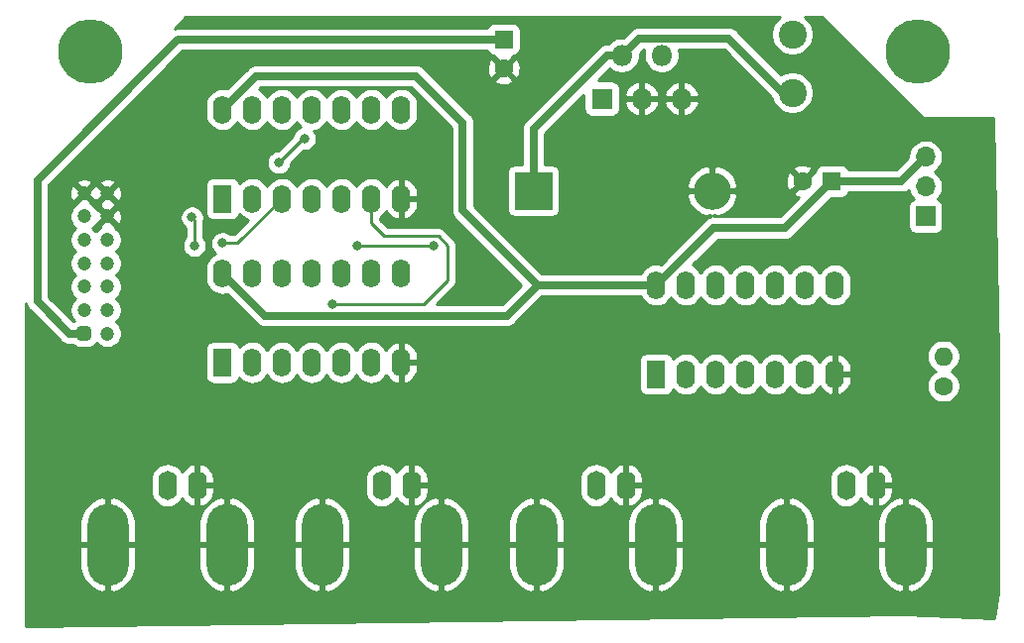
<source format=gbr>
G04 #@! TF.GenerationSoftware,KiCad,Pcbnew,(5.1.10)-1*
G04 #@! TF.CreationDate,2022-03-09T10:24:06+00:00*
G04 #@! TF.ProjectId,Lcr_addon,4c63725f-6164-4646-9f6e-2e6b69636164,rev?*
G04 #@! TF.SameCoordinates,Original*
G04 #@! TF.FileFunction,Copper,L2,Bot*
G04 #@! TF.FilePolarity,Positive*
%FSLAX46Y46*%
G04 Gerber Fmt 4.6, Leading zero omitted, Abs format (unit mm)*
G04 Created by KiCad (PCBNEW (5.1.10)-1) date 2022-03-09 10:24:06*
%MOMM*%
%LPD*%
G01*
G04 APERTURE LIST*
G04 #@! TA.AperFunction,ComponentPad*
%ADD10C,1.600000*%
G04 #@! TD*
G04 #@! TA.AperFunction,ComponentPad*
%ADD11R,1.600000X1.600000*%
G04 #@! TD*
G04 #@! TA.AperFunction,ComponentPad*
%ADD12C,1.200000*%
G04 #@! TD*
G04 #@! TA.AperFunction,ComponentPad*
%ADD13C,5.500000*%
G04 #@! TD*
G04 #@! TA.AperFunction,ComponentPad*
%ADD14R,1.800000X1.800000*%
G04 #@! TD*
G04 #@! TA.AperFunction,ComponentPad*
%ADD15O,1.800000X1.800000*%
G04 #@! TD*
G04 #@! TA.AperFunction,ComponentPad*
%ADD16R,3.200000X3.200000*%
G04 #@! TD*
G04 #@! TA.AperFunction,ComponentPad*
%ADD17O,3.200000X3.200000*%
G04 #@! TD*
G04 #@! TA.AperFunction,ComponentPad*
%ADD18O,1.600000X2.500000*%
G04 #@! TD*
G04 #@! TA.AperFunction,ComponentPad*
%ADD19O,3.500000X7.000000*%
G04 #@! TD*
G04 #@! TA.AperFunction,ComponentPad*
%ADD20C,2.400000*%
G04 #@! TD*
G04 #@! TA.AperFunction,ComponentPad*
%ADD21R,1.700000X1.700000*%
G04 #@! TD*
G04 #@! TA.AperFunction,ComponentPad*
%ADD22O,1.700000X1.700000*%
G04 #@! TD*
G04 #@! TA.AperFunction,ComponentPad*
%ADD23O,1.600000X1.600000*%
G04 #@! TD*
G04 #@! TA.AperFunction,ComponentPad*
%ADD24R,1.600000X2.400000*%
G04 #@! TD*
G04 #@! TA.AperFunction,ComponentPad*
%ADD25O,1.600000X2.400000*%
G04 #@! TD*
G04 #@! TA.AperFunction,ViaPad*
%ADD26C,0.800000*%
G04 #@! TD*
G04 #@! TA.AperFunction,Conductor*
%ADD27C,0.700000*%
G04 #@! TD*
G04 #@! TA.AperFunction,Conductor*
%ADD28C,0.250000*%
G04 #@! TD*
G04 #@! TA.AperFunction,Conductor*
%ADD29C,0.254000*%
G04 #@! TD*
G04 #@! TA.AperFunction,Conductor*
%ADD30C,0.100000*%
G04 #@! TD*
G04 APERTURE END LIST*
D10*
X78994000Y-57872000D03*
D11*
X78994000Y-55372000D03*
G04 #@! TA.AperFunction,ComponentPad*
G36*
G01*
X43530001Y-81118000D02*
X42829999Y-81118000D01*
G75*
G02*
X42580000Y-80868001I0J249999D01*
G01*
X42580000Y-80167999D01*
G75*
G02*
X42829999Y-79918000I249999J0D01*
G01*
X43530001Y-79918000D01*
G75*
G02*
X43780000Y-80167999I0J-249999D01*
G01*
X43780000Y-80868001D01*
G75*
G02*
X43530001Y-81118000I-249999J0D01*
G01*
G37*
G04 #@! TD.AperFunction*
D12*
X43180000Y-78518000D03*
X43180000Y-76518000D03*
X43180000Y-74518000D03*
X43180000Y-72518000D03*
X43180000Y-70518000D03*
X43180000Y-68518000D03*
X45180000Y-80518000D03*
X45180000Y-78518000D03*
X45180000Y-76518000D03*
X45180000Y-74518000D03*
X45180000Y-72518000D03*
X45180000Y-70518000D03*
X45180000Y-68518000D03*
D13*
X114300000Y-56388000D03*
X43688000Y-56388000D03*
D14*
X87376000Y-60452000D03*
D15*
X89076000Y-56752000D03*
X90776000Y-60452000D03*
X92476000Y-56752000D03*
X94176000Y-60452000D03*
D11*
X107000000Y-67500000D03*
D10*
X104500000Y-67500000D03*
D16*
X81534000Y-68326000D03*
D17*
X96774000Y-68326000D03*
D18*
X110744000Y-93472000D03*
X108204000Y-93472000D03*
D19*
X103124000Y-98552000D03*
X113284000Y-98552000D03*
D18*
X71120000Y-93472000D03*
X68580000Y-93472000D03*
D19*
X63500000Y-98552000D03*
X73660000Y-98552000D03*
X91948000Y-98552000D03*
X81788000Y-98552000D03*
D18*
X86868000Y-93472000D03*
X89408000Y-93472000D03*
D19*
X55372000Y-98552000D03*
X45212000Y-98552000D03*
D18*
X50292000Y-93472000D03*
X52832000Y-93472000D03*
D20*
X103632000Y-59944000D03*
X103632000Y-54944000D03*
D21*
X115000000Y-70500000D03*
D22*
X115000000Y-67960000D03*
X115000000Y-65420000D03*
D10*
X116500000Y-85000000D03*
D23*
X116500000Y-82460000D03*
D24*
X55000000Y-69000000D03*
D25*
X70240000Y-61380000D03*
X57540000Y-69000000D03*
X67700000Y-61380000D03*
X60080000Y-69000000D03*
X65160000Y-61380000D03*
X62620000Y-69000000D03*
X62620000Y-61380000D03*
X65160000Y-69000000D03*
X60080000Y-61380000D03*
X67700000Y-69000000D03*
X57540000Y-61380000D03*
X70240000Y-69000000D03*
X55000000Y-61380000D03*
X55000000Y-75380000D03*
X70240000Y-83000000D03*
X57540000Y-75380000D03*
X67700000Y-83000000D03*
X60080000Y-75380000D03*
X65160000Y-83000000D03*
X62620000Y-75380000D03*
X62620000Y-83000000D03*
X65160000Y-75380000D03*
X60080000Y-83000000D03*
X67700000Y-75380000D03*
X57540000Y-83000000D03*
X70240000Y-75380000D03*
D24*
X55000000Y-83000000D03*
X92000000Y-84000000D03*
D25*
X107240000Y-76380000D03*
X94540000Y-84000000D03*
X104700000Y-76380000D03*
X97080000Y-84000000D03*
X102160000Y-76380000D03*
X99620000Y-84000000D03*
X99620000Y-76380000D03*
X102160000Y-84000000D03*
X97080000Y-76380000D03*
X104700000Y-84000000D03*
X94540000Y-76380000D03*
X107240000Y-84000000D03*
X92000000Y-76380000D03*
D26*
X52600000Y-73000000D03*
X52400000Y-70600000D03*
X59800000Y-65925000D03*
X62000000Y-63875000D03*
X73000000Y-73000000D03*
X66500000Y-73000000D03*
X55000000Y-72800000D03*
X64400000Y-78000000D03*
D27*
X102840002Y-59944000D02*
X103632000Y-59944000D01*
X98198001Y-55301999D02*
X102840002Y-59944000D01*
X90526001Y-55301999D02*
X98198001Y-55301999D01*
X89076000Y-56752000D02*
X90526001Y-55301999D01*
X81534000Y-63021208D02*
X81534000Y-68326000D01*
X87803208Y-56752000D02*
X81534000Y-63021208D01*
X89076000Y-56752000D02*
X87803208Y-56752000D01*
X41918000Y-80518000D02*
X43180000Y-80518000D01*
X39200000Y-77800000D02*
X41918000Y-80518000D01*
X39200000Y-67400000D02*
X39200000Y-77800000D01*
X51228000Y-55372000D02*
X51100000Y-55500000D01*
X78994000Y-55372000D02*
X51228000Y-55372000D01*
X51100000Y-55500000D02*
X39200000Y-67400000D01*
X112920000Y-67500000D02*
X115000000Y-65420000D01*
X107000000Y-67500000D02*
X112920000Y-67500000D01*
X107000000Y-67500000D02*
X103000000Y-71500000D01*
X96880000Y-71500000D02*
X92000000Y-76380000D01*
X103000000Y-71500000D02*
X96880000Y-71500000D01*
X92000000Y-76380000D02*
X81880000Y-76380000D01*
X81880000Y-76380000D02*
X75500000Y-70000000D01*
X75500000Y-70000000D02*
X75500000Y-62500000D01*
X75500000Y-62500000D02*
X71500000Y-58500000D01*
X57880000Y-58500000D02*
X55000000Y-61380000D01*
X71500000Y-58500000D02*
X57880000Y-58500000D01*
X81880000Y-76380000D02*
X79260000Y-79000000D01*
X58620000Y-79000000D02*
X55000000Y-75380000D01*
X79260000Y-79000000D02*
X58620000Y-79000000D01*
D28*
X52600000Y-70800000D02*
X52400000Y-70600000D01*
X52600000Y-73000000D02*
X52600000Y-70800000D01*
X61850000Y-63875000D02*
X62000000Y-63875000D01*
X59800000Y-65925000D02*
X61850000Y-63875000D01*
X73000000Y-73000000D02*
X66500000Y-73000000D01*
X60080000Y-69000000D02*
X56280000Y-72800000D01*
X56280000Y-72800000D02*
X55000000Y-72800000D01*
X67700000Y-69000000D02*
X67700000Y-71100000D01*
X67700000Y-71100000D02*
X68800000Y-72200000D01*
X68800000Y-72200000D02*
X73400000Y-72200000D01*
X73400000Y-72200000D02*
X74200000Y-73000000D01*
X74200000Y-73000000D02*
X74200000Y-76000000D01*
X74200000Y-76000000D02*
X72200000Y-78000000D01*
X72200000Y-78000000D02*
X64400000Y-78000000D01*
D29*
X102462256Y-53518662D02*
X102206662Y-53774256D01*
X102005844Y-54074801D01*
X101867518Y-54408750D01*
X101797000Y-54763268D01*
X101797000Y-55124732D01*
X101867518Y-55479250D01*
X102005844Y-55813199D01*
X102206662Y-56113744D01*
X102462256Y-56369338D01*
X102762801Y-56570156D01*
X103096750Y-56708482D01*
X103451268Y-56779000D01*
X103812732Y-56779000D01*
X104167250Y-56708482D01*
X104501199Y-56570156D01*
X104801744Y-56369338D01*
X105057338Y-56113744D01*
X105258156Y-55813199D01*
X105396482Y-55479250D01*
X105467000Y-55124732D01*
X105467000Y-54763268D01*
X105396482Y-54408750D01*
X105258156Y-54074801D01*
X105057338Y-53774256D01*
X104801744Y-53518662D01*
X104724426Y-53467000D01*
X106119394Y-53467000D01*
X114718197Y-62065803D01*
X114737443Y-62081597D01*
X114759399Y-62093333D01*
X114783224Y-62100560D01*
X114808000Y-62103000D01*
X120779514Y-62103000D01*
X121185000Y-82377306D01*
X121185000Y-102684711D01*
X120889719Y-104867837D01*
X113289788Y-104521132D01*
X113282284Y-104521012D01*
X38227000Y-105535273D01*
X38227000Y-98679000D01*
X42827000Y-98679000D01*
X42827000Y-100429000D01*
X42897604Y-100891850D01*
X43057148Y-101332032D01*
X43299502Y-101732631D01*
X43615352Y-102078252D01*
X43992561Y-102355612D01*
X44416632Y-102554053D01*
X44713997Y-102634427D01*
X45085000Y-102524625D01*
X45085000Y-98679000D01*
X45339000Y-98679000D01*
X45339000Y-102524625D01*
X45710003Y-102634427D01*
X46007368Y-102554053D01*
X46431439Y-102355612D01*
X46808648Y-102078252D01*
X47124498Y-101732631D01*
X47366852Y-101332032D01*
X47526396Y-100891850D01*
X47597000Y-100429000D01*
X47597000Y-98679000D01*
X52987000Y-98679000D01*
X52987000Y-100429000D01*
X53057604Y-100891850D01*
X53217148Y-101332032D01*
X53459502Y-101732631D01*
X53775352Y-102078252D01*
X54152561Y-102355612D01*
X54576632Y-102554053D01*
X54873997Y-102634427D01*
X55245000Y-102524625D01*
X55245000Y-98679000D01*
X55499000Y-98679000D01*
X55499000Y-102524625D01*
X55870003Y-102634427D01*
X56167368Y-102554053D01*
X56591439Y-102355612D01*
X56968648Y-102078252D01*
X57284498Y-101732631D01*
X57526852Y-101332032D01*
X57686396Y-100891850D01*
X57757000Y-100429000D01*
X57757000Y-98679000D01*
X61115000Y-98679000D01*
X61115000Y-100429000D01*
X61185604Y-100891850D01*
X61345148Y-101332032D01*
X61587502Y-101732631D01*
X61903352Y-102078252D01*
X62280561Y-102355612D01*
X62704632Y-102554053D01*
X63001997Y-102634427D01*
X63373000Y-102524625D01*
X63373000Y-98679000D01*
X63627000Y-98679000D01*
X63627000Y-102524625D01*
X63998003Y-102634427D01*
X64295368Y-102554053D01*
X64719439Y-102355612D01*
X65096648Y-102078252D01*
X65412498Y-101732631D01*
X65654852Y-101332032D01*
X65814396Y-100891850D01*
X65885000Y-100429000D01*
X65885000Y-98679000D01*
X71275000Y-98679000D01*
X71275000Y-100429000D01*
X71345604Y-100891850D01*
X71505148Y-101332032D01*
X71747502Y-101732631D01*
X72063352Y-102078252D01*
X72440561Y-102355612D01*
X72864632Y-102554053D01*
X73161997Y-102634427D01*
X73533000Y-102524625D01*
X73533000Y-98679000D01*
X73787000Y-98679000D01*
X73787000Y-102524625D01*
X74158003Y-102634427D01*
X74455368Y-102554053D01*
X74879439Y-102355612D01*
X75256648Y-102078252D01*
X75572498Y-101732631D01*
X75814852Y-101332032D01*
X75974396Y-100891850D01*
X76045000Y-100429000D01*
X76045000Y-98679000D01*
X79403000Y-98679000D01*
X79403000Y-100429000D01*
X79473604Y-100891850D01*
X79633148Y-101332032D01*
X79875502Y-101732631D01*
X80191352Y-102078252D01*
X80568561Y-102355612D01*
X80992632Y-102554053D01*
X81289997Y-102634427D01*
X81661000Y-102524625D01*
X81661000Y-98679000D01*
X81915000Y-98679000D01*
X81915000Y-102524625D01*
X82286003Y-102634427D01*
X82583368Y-102554053D01*
X83007439Y-102355612D01*
X83384648Y-102078252D01*
X83700498Y-101732631D01*
X83942852Y-101332032D01*
X84102396Y-100891850D01*
X84173000Y-100429000D01*
X84173000Y-98679000D01*
X89563000Y-98679000D01*
X89563000Y-100429000D01*
X89633604Y-100891850D01*
X89793148Y-101332032D01*
X90035502Y-101732631D01*
X90351352Y-102078252D01*
X90728561Y-102355612D01*
X91152632Y-102554053D01*
X91449997Y-102634427D01*
X91821000Y-102524625D01*
X91821000Y-98679000D01*
X92075000Y-98679000D01*
X92075000Y-102524625D01*
X92446003Y-102634427D01*
X92743368Y-102554053D01*
X93167439Y-102355612D01*
X93544648Y-102078252D01*
X93860498Y-101732631D01*
X94102852Y-101332032D01*
X94262396Y-100891850D01*
X94333000Y-100429000D01*
X94333000Y-98679000D01*
X100739000Y-98679000D01*
X100739000Y-100429000D01*
X100809604Y-100891850D01*
X100969148Y-101332032D01*
X101211502Y-101732631D01*
X101527352Y-102078252D01*
X101904561Y-102355612D01*
X102328632Y-102554053D01*
X102625997Y-102634427D01*
X102997000Y-102524625D01*
X102997000Y-98679000D01*
X103251000Y-98679000D01*
X103251000Y-102524625D01*
X103622003Y-102634427D01*
X103919368Y-102554053D01*
X104343439Y-102355612D01*
X104720648Y-102078252D01*
X105036498Y-101732631D01*
X105278852Y-101332032D01*
X105438396Y-100891850D01*
X105509000Y-100429000D01*
X105509000Y-98679000D01*
X110899000Y-98679000D01*
X110899000Y-100429000D01*
X110969604Y-100891850D01*
X111129148Y-101332032D01*
X111371502Y-101732631D01*
X111687352Y-102078252D01*
X112064561Y-102355612D01*
X112488632Y-102554053D01*
X112785997Y-102634427D01*
X113157000Y-102524625D01*
X113157000Y-98679000D01*
X113411000Y-98679000D01*
X113411000Y-102524625D01*
X113782003Y-102634427D01*
X114079368Y-102554053D01*
X114503439Y-102355612D01*
X114880648Y-102078252D01*
X115196498Y-101732631D01*
X115438852Y-101332032D01*
X115598396Y-100891850D01*
X115669000Y-100429000D01*
X115669000Y-98679000D01*
X113411000Y-98679000D01*
X113157000Y-98679000D01*
X110899000Y-98679000D01*
X105509000Y-98679000D01*
X103251000Y-98679000D01*
X102997000Y-98679000D01*
X100739000Y-98679000D01*
X94333000Y-98679000D01*
X92075000Y-98679000D01*
X91821000Y-98679000D01*
X89563000Y-98679000D01*
X84173000Y-98679000D01*
X81915000Y-98679000D01*
X81661000Y-98679000D01*
X79403000Y-98679000D01*
X76045000Y-98679000D01*
X73787000Y-98679000D01*
X73533000Y-98679000D01*
X71275000Y-98679000D01*
X65885000Y-98679000D01*
X63627000Y-98679000D01*
X63373000Y-98679000D01*
X61115000Y-98679000D01*
X57757000Y-98679000D01*
X55499000Y-98679000D01*
X55245000Y-98679000D01*
X52987000Y-98679000D01*
X47597000Y-98679000D01*
X45339000Y-98679000D01*
X45085000Y-98679000D01*
X42827000Y-98679000D01*
X38227000Y-98679000D01*
X38227000Y-96675000D01*
X42827000Y-96675000D01*
X42827000Y-98425000D01*
X45085000Y-98425000D01*
X45085000Y-94579375D01*
X45339000Y-94579375D01*
X45339000Y-98425000D01*
X47597000Y-98425000D01*
X47597000Y-96675000D01*
X52987000Y-96675000D01*
X52987000Y-98425000D01*
X55245000Y-98425000D01*
X55245000Y-94579375D01*
X55499000Y-94579375D01*
X55499000Y-98425000D01*
X57757000Y-98425000D01*
X57757000Y-96675000D01*
X61115000Y-96675000D01*
X61115000Y-98425000D01*
X63373000Y-98425000D01*
X63373000Y-94579375D01*
X63627000Y-94579375D01*
X63627000Y-98425000D01*
X65885000Y-98425000D01*
X65885000Y-96675000D01*
X71275000Y-96675000D01*
X71275000Y-98425000D01*
X73533000Y-98425000D01*
X73533000Y-94579375D01*
X73787000Y-94579375D01*
X73787000Y-98425000D01*
X76045000Y-98425000D01*
X76045000Y-96675000D01*
X79403000Y-96675000D01*
X79403000Y-98425000D01*
X81661000Y-98425000D01*
X81661000Y-94579375D01*
X81915000Y-94579375D01*
X81915000Y-98425000D01*
X84173000Y-98425000D01*
X84173000Y-96675000D01*
X89563000Y-96675000D01*
X89563000Y-98425000D01*
X91821000Y-98425000D01*
X91821000Y-94579375D01*
X92075000Y-94579375D01*
X92075000Y-98425000D01*
X94333000Y-98425000D01*
X94333000Y-96675000D01*
X100739000Y-96675000D01*
X100739000Y-98425000D01*
X102997000Y-98425000D01*
X102997000Y-94579375D01*
X103251000Y-94579375D01*
X103251000Y-98425000D01*
X105509000Y-98425000D01*
X105509000Y-96675000D01*
X110899000Y-96675000D01*
X110899000Y-98425000D01*
X113157000Y-98425000D01*
X113157000Y-94579375D01*
X113411000Y-94579375D01*
X113411000Y-98425000D01*
X115669000Y-98425000D01*
X115669000Y-96675000D01*
X115598396Y-96212150D01*
X115438852Y-95771968D01*
X115196498Y-95371369D01*
X114880648Y-95025748D01*
X114503439Y-94748388D01*
X114079368Y-94549947D01*
X113782003Y-94469573D01*
X113411000Y-94579375D01*
X113157000Y-94579375D01*
X112785997Y-94469573D01*
X112488632Y-94549947D01*
X112064561Y-94748388D01*
X111687352Y-95025748D01*
X111371502Y-95371369D01*
X111129148Y-95771968D01*
X110969604Y-96212150D01*
X110899000Y-96675000D01*
X105509000Y-96675000D01*
X105438396Y-96212150D01*
X105278852Y-95771968D01*
X105036498Y-95371369D01*
X104720648Y-95025748D01*
X104343439Y-94748388D01*
X103919368Y-94549947D01*
X103622003Y-94469573D01*
X103251000Y-94579375D01*
X102997000Y-94579375D01*
X102625997Y-94469573D01*
X102328632Y-94549947D01*
X101904561Y-94748388D01*
X101527352Y-95025748D01*
X101211502Y-95371369D01*
X100969148Y-95771968D01*
X100809604Y-96212150D01*
X100739000Y-96675000D01*
X94333000Y-96675000D01*
X94262396Y-96212150D01*
X94102852Y-95771968D01*
X93860498Y-95371369D01*
X93544648Y-95025748D01*
X93167439Y-94748388D01*
X92743368Y-94549947D01*
X92446003Y-94469573D01*
X92075000Y-94579375D01*
X91821000Y-94579375D01*
X91449997Y-94469573D01*
X91152632Y-94549947D01*
X90728561Y-94748388D01*
X90351352Y-95025748D01*
X90035502Y-95371369D01*
X89793148Y-95771968D01*
X89633604Y-96212150D01*
X89563000Y-96675000D01*
X84173000Y-96675000D01*
X84102396Y-96212150D01*
X83942852Y-95771968D01*
X83700498Y-95371369D01*
X83384648Y-95025748D01*
X83007439Y-94748388D01*
X82583368Y-94549947D01*
X82286003Y-94469573D01*
X81915000Y-94579375D01*
X81661000Y-94579375D01*
X81289997Y-94469573D01*
X80992632Y-94549947D01*
X80568561Y-94748388D01*
X80191352Y-95025748D01*
X79875502Y-95371369D01*
X79633148Y-95771968D01*
X79473604Y-96212150D01*
X79403000Y-96675000D01*
X76045000Y-96675000D01*
X75974396Y-96212150D01*
X75814852Y-95771968D01*
X75572498Y-95371369D01*
X75256648Y-95025748D01*
X74879439Y-94748388D01*
X74455368Y-94549947D01*
X74158003Y-94469573D01*
X73787000Y-94579375D01*
X73533000Y-94579375D01*
X73161997Y-94469573D01*
X72864632Y-94549947D01*
X72440561Y-94748388D01*
X72063352Y-95025748D01*
X71747502Y-95371369D01*
X71505148Y-95771968D01*
X71345604Y-96212150D01*
X71275000Y-96675000D01*
X65885000Y-96675000D01*
X65814396Y-96212150D01*
X65654852Y-95771968D01*
X65412498Y-95371369D01*
X65096648Y-95025748D01*
X64719439Y-94748388D01*
X64295368Y-94549947D01*
X63998003Y-94469573D01*
X63627000Y-94579375D01*
X63373000Y-94579375D01*
X63001997Y-94469573D01*
X62704632Y-94549947D01*
X62280561Y-94748388D01*
X61903352Y-95025748D01*
X61587502Y-95371369D01*
X61345148Y-95771968D01*
X61185604Y-96212150D01*
X61115000Y-96675000D01*
X57757000Y-96675000D01*
X57686396Y-96212150D01*
X57526852Y-95771968D01*
X57284498Y-95371369D01*
X56968648Y-95025748D01*
X56591439Y-94748388D01*
X56167368Y-94549947D01*
X55870003Y-94469573D01*
X55499000Y-94579375D01*
X55245000Y-94579375D01*
X54873997Y-94469573D01*
X54576632Y-94549947D01*
X54152561Y-94748388D01*
X53775352Y-95025748D01*
X53459502Y-95371369D01*
X53217148Y-95771968D01*
X53057604Y-96212150D01*
X52987000Y-96675000D01*
X47597000Y-96675000D01*
X47526396Y-96212150D01*
X47366852Y-95771968D01*
X47124498Y-95371369D01*
X46808648Y-95025748D01*
X46431439Y-94748388D01*
X46007368Y-94549947D01*
X45710003Y-94469573D01*
X45339000Y-94579375D01*
X45085000Y-94579375D01*
X44713997Y-94469573D01*
X44416632Y-94549947D01*
X43992561Y-94748388D01*
X43615352Y-95025748D01*
X43299502Y-95371369D01*
X43057148Y-95771968D01*
X42897604Y-96212150D01*
X42827000Y-96675000D01*
X38227000Y-96675000D01*
X38227000Y-92951508D01*
X48857000Y-92951508D01*
X48857000Y-93992491D01*
X48877764Y-94203308D01*
X48959818Y-94473807D01*
X49093068Y-94723100D01*
X49272392Y-94941607D01*
X49490899Y-95120932D01*
X49740192Y-95254182D01*
X50010691Y-95336236D01*
X50292000Y-95363943D01*
X50573308Y-95336236D01*
X50843807Y-95254182D01*
X51093100Y-95120932D01*
X51311607Y-94941608D01*
X51490932Y-94723101D01*
X51559265Y-94595259D01*
X51709399Y-94824839D01*
X51907105Y-95026500D01*
X52140354Y-95185715D01*
X52400182Y-95296367D01*
X52482961Y-95313904D01*
X52705000Y-95191915D01*
X52705000Y-93599000D01*
X52959000Y-93599000D01*
X52959000Y-95191915D01*
X53181039Y-95313904D01*
X53263818Y-95296367D01*
X53523646Y-95185715D01*
X53756895Y-95026500D01*
X53954601Y-94824839D01*
X54109166Y-94588483D01*
X54214650Y-94326514D01*
X54267000Y-94049000D01*
X54267000Y-93599000D01*
X52959000Y-93599000D01*
X52705000Y-93599000D01*
X52685000Y-93599000D01*
X52685000Y-93345000D01*
X52705000Y-93345000D01*
X52705000Y-91752085D01*
X52959000Y-91752085D01*
X52959000Y-93345000D01*
X54267000Y-93345000D01*
X54267000Y-92951508D01*
X67145000Y-92951508D01*
X67145000Y-93992491D01*
X67165764Y-94203308D01*
X67247818Y-94473807D01*
X67381068Y-94723100D01*
X67560392Y-94941607D01*
X67778899Y-95120932D01*
X68028192Y-95254182D01*
X68298691Y-95336236D01*
X68580000Y-95363943D01*
X68861308Y-95336236D01*
X69131807Y-95254182D01*
X69381100Y-95120932D01*
X69599607Y-94941608D01*
X69778932Y-94723101D01*
X69847265Y-94595259D01*
X69997399Y-94824839D01*
X70195105Y-95026500D01*
X70428354Y-95185715D01*
X70688182Y-95296367D01*
X70770961Y-95313904D01*
X70993000Y-95191915D01*
X70993000Y-93599000D01*
X71247000Y-93599000D01*
X71247000Y-95191915D01*
X71469039Y-95313904D01*
X71551818Y-95296367D01*
X71811646Y-95185715D01*
X72044895Y-95026500D01*
X72242601Y-94824839D01*
X72397166Y-94588483D01*
X72502650Y-94326514D01*
X72555000Y-94049000D01*
X72555000Y-93599000D01*
X71247000Y-93599000D01*
X70993000Y-93599000D01*
X70973000Y-93599000D01*
X70973000Y-93345000D01*
X70993000Y-93345000D01*
X70993000Y-91752085D01*
X71247000Y-91752085D01*
X71247000Y-93345000D01*
X72555000Y-93345000D01*
X72555000Y-92951508D01*
X85433000Y-92951508D01*
X85433000Y-93992491D01*
X85453764Y-94203308D01*
X85535818Y-94473807D01*
X85669068Y-94723100D01*
X85848392Y-94941607D01*
X86066899Y-95120932D01*
X86316192Y-95254182D01*
X86586691Y-95336236D01*
X86868000Y-95363943D01*
X87149308Y-95336236D01*
X87419807Y-95254182D01*
X87669100Y-95120932D01*
X87887607Y-94941608D01*
X88066932Y-94723101D01*
X88135265Y-94595259D01*
X88285399Y-94824839D01*
X88483105Y-95026500D01*
X88716354Y-95185715D01*
X88976182Y-95296367D01*
X89058961Y-95313904D01*
X89281000Y-95191915D01*
X89281000Y-93599000D01*
X89535000Y-93599000D01*
X89535000Y-95191915D01*
X89757039Y-95313904D01*
X89839818Y-95296367D01*
X90099646Y-95185715D01*
X90332895Y-95026500D01*
X90530601Y-94824839D01*
X90685166Y-94588483D01*
X90790650Y-94326514D01*
X90843000Y-94049000D01*
X90843000Y-93599000D01*
X89535000Y-93599000D01*
X89281000Y-93599000D01*
X89261000Y-93599000D01*
X89261000Y-93345000D01*
X89281000Y-93345000D01*
X89281000Y-91752085D01*
X89535000Y-91752085D01*
X89535000Y-93345000D01*
X90843000Y-93345000D01*
X90843000Y-92951508D01*
X106769000Y-92951508D01*
X106769000Y-93992491D01*
X106789764Y-94203308D01*
X106871818Y-94473807D01*
X107005068Y-94723100D01*
X107184392Y-94941607D01*
X107402899Y-95120932D01*
X107652192Y-95254182D01*
X107922691Y-95336236D01*
X108204000Y-95363943D01*
X108485308Y-95336236D01*
X108755807Y-95254182D01*
X109005100Y-95120932D01*
X109223607Y-94941608D01*
X109402932Y-94723101D01*
X109471265Y-94595259D01*
X109621399Y-94824839D01*
X109819105Y-95026500D01*
X110052354Y-95185715D01*
X110312182Y-95296367D01*
X110394961Y-95313904D01*
X110617000Y-95191915D01*
X110617000Y-93599000D01*
X110871000Y-93599000D01*
X110871000Y-95191915D01*
X111093039Y-95313904D01*
X111175818Y-95296367D01*
X111435646Y-95185715D01*
X111668895Y-95026500D01*
X111866601Y-94824839D01*
X112021166Y-94588483D01*
X112126650Y-94326514D01*
X112179000Y-94049000D01*
X112179000Y-93599000D01*
X110871000Y-93599000D01*
X110617000Y-93599000D01*
X110597000Y-93599000D01*
X110597000Y-93345000D01*
X110617000Y-93345000D01*
X110617000Y-91752085D01*
X110871000Y-91752085D01*
X110871000Y-93345000D01*
X112179000Y-93345000D01*
X112179000Y-92895000D01*
X112126650Y-92617486D01*
X112021166Y-92355517D01*
X111866601Y-92119161D01*
X111668895Y-91917500D01*
X111435646Y-91758285D01*
X111175818Y-91647633D01*
X111093039Y-91630096D01*
X110871000Y-91752085D01*
X110617000Y-91752085D01*
X110394961Y-91630096D01*
X110312182Y-91647633D01*
X110052354Y-91758285D01*
X109819105Y-91917500D01*
X109621399Y-92119161D01*
X109471265Y-92348741D01*
X109402932Y-92220899D01*
X109223608Y-92002392D01*
X109005101Y-91823068D01*
X108755808Y-91689818D01*
X108485309Y-91607764D01*
X108204000Y-91580057D01*
X107922692Y-91607764D01*
X107652193Y-91689818D01*
X107402900Y-91823068D01*
X107184393Y-92002392D01*
X107005068Y-92220899D01*
X106871818Y-92470192D01*
X106789764Y-92740691D01*
X106769000Y-92951508D01*
X90843000Y-92951508D01*
X90843000Y-92895000D01*
X90790650Y-92617486D01*
X90685166Y-92355517D01*
X90530601Y-92119161D01*
X90332895Y-91917500D01*
X90099646Y-91758285D01*
X89839818Y-91647633D01*
X89757039Y-91630096D01*
X89535000Y-91752085D01*
X89281000Y-91752085D01*
X89058961Y-91630096D01*
X88976182Y-91647633D01*
X88716354Y-91758285D01*
X88483105Y-91917500D01*
X88285399Y-92119161D01*
X88135265Y-92348741D01*
X88066932Y-92220899D01*
X87887608Y-92002392D01*
X87669101Y-91823068D01*
X87419808Y-91689818D01*
X87149309Y-91607764D01*
X86868000Y-91580057D01*
X86586692Y-91607764D01*
X86316193Y-91689818D01*
X86066900Y-91823068D01*
X85848393Y-92002392D01*
X85669068Y-92220899D01*
X85535818Y-92470192D01*
X85453764Y-92740691D01*
X85433000Y-92951508D01*
X72555000Y-92951508D01*
X72555000Y-92895000D01*
X72502650Y-92617486D01*
X72397166Y-92355517D01*
X72242601Y-92119161D01*
X72044895Y-91917500D01*
X71811646Y-91758285D01*
X71551818Y-91647633D01*
X71469039Y-91630096D01*
X71247000Y-91752085D01*
X70993000Y-91752085D01*
X70770961Y-91630096D01*
X70688182Y-91647633D01*
X70428354Y-91758285D01*
X70195105Y-91917500D01*
X69997399Y-92119161D01*
X69847265Y-92348741D01*
X69778932Y-92220899D01*
X69599608Y-92002392D01*
X69381101Y-91823068D01*
X69131808Y-91689818D01*
X68861309Y-91607764D01*
X68580000Y-91580057D01*
X68298692Y-91607764D01*
X68028193Y-91689818D01*
X67778900Y-91823068D01*
X67560393Y-92002392D01*
X67381068Y-92220899D01*
X67247818Y-92470192D01*
X67165764Y-92740691D01*
X67145000Y-92951508D01*
X54267000Y-92951508D01*
X54267000Y-92895000D01*
X54214650Y-92617486D01*
X54109166Y-92355517D01*
X53954601Y-92119161D01*
X53756895Y-91917500D01*
X53523646Y-91758285D01*
X53263818Y-91647633D01*
X53181039Y-91630096D01*
X52959000Y-91752085D01*
X52705000Y-91752085D01*
X52482961Y-91630096D01*
X52400182Y-91647633D01*
X52140354Y-91758285D01*
X51907105Y-91917500D01*
X51709399Y-92119161D01*
X51559265Y-92348741D01*
X51490932Y-92220899D01*
X51311608Y-92002392D01*
X51093101Y-91823068D01*
X50843808Y-91689818D01*
X50573309Y-91607764D01*
X50292000Y-91580057D01*
X50010692Y-91607764D01*
X49740193Y-91689818D01*
X49490900Y-91823068D01*
X49272393Y-92002392D01*
X49093068Y-92220899D01*
X48959818Y-92470192D01*
X48877764Y-92740691D01*
X48857000Y-92951508D01*
X38227000Y-92951508D01*
X38227000Y-81800000D01*
X53561928Y-81800000D01*
X53561928Y-84200000D01*
X53574188Y-84324482D01*
X53610498Y-84444180D01*
X53669463Y-84554494D01*
X53748815Y-84651185D01*
X53845506Y-84730537D01*
X53955820Y-84789502D01*
X54075518Y-84825812D01*
X54200000Y-84838072D01*
X55800000Y-84838072D01*
X55924482Y-84825812D01*
X56044180Y-84789502D01*
X56154494Y-84730537D01*
X56251185Y-84651185D01*
X56330537Y-84554494D01*
X56389502Y-84444180D01*
X56425812Y-84324482D01*
X56427581Y-84306517D01*
X56520393Y-84419608D01*
X56738900Y-84598932D01*
X56988193Y-84732182D01*
X57258692Y-84814236D01*
X57540000Y-84841943D01*
X57821309Y-84814236D01*
X58091808Y-84732182D01*
X58341101Y-84598932D01*
X58559608Y-84419608D01*
X58738932Y-84201101D01*
X58810000Y-84068142D01*
X58881068Y-84201101D01*
X59060393Y-84419608D01*
X59278900Y-84598932D01*
X59528193Y-84732182D01*
X59798692Y-84814236D01*
X60080000Y-84841943D01*
X60361309Y-84814236D01*
X60631808Y-84732182D01*
X60881101Y-84598932D01*
X61099608Y-84419608D01*
X61278932Y-84201101D01*
X61350000Y-84068142D01*
X61421068Y-84201101D01*
X61600393Y-84419608D01*
X61818900Y-84598932D01*
X62068193Y-84732182D01*
X62338692Y-84814236D01*
X62620000Y-84841943D01*
X62901309Y-84814236D01*
X63171808Y-84732182D01*
X63421101Y-84598932D01*
X63639608Y-84419608D01*
X63818932Y-84201101D01*
X63890000Y-84068142D01*
X63961068Y-84201101D01*
X64140393Y-84419608D01*
X64358900Y-84598932D01*
X64608193Y-84732182D01*
X64878692Y-84814236D01*
X65160000Y-84841943D01*
X65441309Y-84814236D01*
X65711808Y-84732182D01*
X65961101Y-84598932D01*
X66179608Y-84419608D01*
X66358932Y-84201101D01*
X66430000Y-84068142D01*
X66501068Y-84201101D01*
X66680393Y-84419608D01*
X66898900Y-84598932D01*
X67148193Y-84732182D01*
X67418692Y-84814236D01*
X67700000Y-84841943D01*
X67981309Y-84814236D01*
X68251808Y-84732182D01*
X68501101Y-84598932D01*
X68719608Y-84419608D01*
X68898932Y-84201101D01*
X68967265Y-84073259D01*
X69117399Y-84302839D01*
X69315105Y-84504500D01*
X69548354Y-84663715D01*
X69808182Y-84774367D01*
X69890961Y-84791904D01*
X70113000Y-84669915D01*
X70113000Y-83127000D01*
X70367000Y-83127000D01*
X70367000Y-84669915D01*
X70589039Y-84791904D01*
X70671818Y-84774367D01*
X70931646Y-84663715D01*
X71164895Y-84504500D01*
X71362601Y-84302839D01*
X71517166Y-84066483D01*
X71622650Y-83804514D01*
X71675000Y-83527000D01*
X71675000Y-83127000D01*
X70367000Y-83127000D01*
X70113000Y-83127000D01*
X70093000Y-83127000D01*
X70093000Y-82873000D01*
X70113000Y-82873000D01*
X70113000Y-81330085D01*
X70367000Y-81330085D01*
X70367000Y-82873000D01*
X71675000Y-82873000D01*
X71675000Y-82800000D01*
X90561928Y-82800000D01*
X90561928Y-85200000D01*
X90574188Y-85324482D01*
X90610498Y-85444180D01*
X90669463Y-85554494D01*
X90748815Y-85651185D01*
X90845506Y-85730537D01*
X90955820Y-85789502D01*
X91075518Y-85825812D01*
X91200000Y-85838072D01*
X92800000Y-85838072D01*
X92924482Y-85825812D01*
X93044180Y-85789502D01*
X93154494Y-85730537D01*
X93251185Y-85651185D01*
X93330537Y-85554494D01*
X93389502Y-85444180D01*
X93425812Y-85324482D01*
X93427581Y-85306517D01*
X93520393Y-85419608D01*
X93738900Y-85598932D01*
X93988193Y-85732182D01*
X94258692Y-85814236D01*
X94540000Y-85841943D01*
X94821309Y-85814236D01*
X95091808Y-85732182D01*
X95341101Y-85598932D01*
X95559608Y-85419608D01*
X95738932Y-85201101D01*
X95810000Y-85068142D01*
X95881068Y-85201101D01*
X96060393Y-85419608D01*
X96278900Y-85598932D01*
X96528193Y-85732182D01*
X96798692Y-85814236D01*
X97080000Y-85841943D01*
X97361309Y-85814236D01*
X97631808Y-85732182D01*
X97881101Y-85598932D01*
X98099608Y-85419608D01*
X98278932Y-85201101D01*
X98350000Y-85068142D01*
X98421068Y-85201101D01*
X98600393Y-85419608D01*
X98818900Y-85598932D01*
X99068193Y-85732182D01*
X99338692Y-85814236D01*
X99620000Y-85841943D01*
X99901309Y-85814236D01*
X100171808Y-85732182D01*
X100421101Y-85598932D01*
X100639608Y-85419608D01*
X100818932Y-85201101D01*
X100890000Y-85068142D01*
X100961068Y-85201101D01*
X101140393Y-85419608D01*
X101358900Y-85598932D01*
X101608193Y-85732182D01*
X101878692Y-85814236D01*
X102160000Y-85841943D01*
X102441309Y-85814236D01*
X102711808Y-85732182D01*
X102961101Y-85598932D01*
X103179608Y-85419608D01*
X103358932Y-85201101D01*
X103430000Y-85068142D01*
X103501068Y-85201101D01*
X103680393Y-85419608D01*
X103898900Y-85598932D01*
X104148193Y-85732182D01*
X104418692Y-85814236D01*
X104700000Y-85841943D01*
X104981309Y-85814236D01*
X105251808Y-85732182D01*
X105501101Y-85598932D01*
X105719608Y-85419608D01*
X105898932Y-85201101D01*
X105967265Y-85073259D01*
X106117399Y-85302839D01*
X106315105Y-85504500D01*
X106548354Y-85663715D01*
X106808182Y-85774367D01*
X106890961Y-85791904D01*
X107113000Y-85669915D01*
X107113000Y-84127000D01*
X107367000Y-84127000D01*
X107367000Y-85669915D01*
X107589039Y-85791904D01*
X107671818Y-85774367D01*
X107931646Y-85663715D01*
X108164895Y-85504500D01*
X108362601Y-85302839D01*
X108517166Y-85066483D01*
X108622650Y-84804514D01*
X108675000Y-84527000D01*
X108675000Y-84127000D01*
X107367000Y-84127000D01*
X107113000Y-84127000D01*
X107093000Y-84127000D01*
X107093000Y-83873000D01*
X107113000Y-83873000D01*
X107113000Y-82330085D01*
X107367000Y-82330085D01*
X107367000Y-83873000D01*
X108675000Y-83873000D01*
X108675000Y-83473000D01*
X108622650Y-83195486D01*
X108517166Y-82933517D01*
X108362601Y-82697161D01*
X108164895Y-82495500D01*
X107931646Y-82336285D01*
X107890272Y-82318665D01*
X115065000Y-82318665D01*
X115065000Y-82601335D01*
X115120147Y-82878574D01*
X115228320Y-83139727D01*
X115385363Y-83374759D01*
X115585241Y-83574637D01*
X115817759Y-83730000D01*
X115585241Y-83885363D01*
X115385363Y-84085241D01*
X115228320Y-84320273D01*
X115120147Y-84581426D01*
X115065000Y-84858665D01*
X115065000Y-85141335D01*
X115120147Y-85418574D01*
X115228320Y-85679727D01*
X115385363Y-85914759D01*
X115585241Y-86114637D01*
X115820273Y-86271680D01*
X116081426Y-86379853D01*
X116358665Y-86435000D01*
X116641335Y-86435000D01*
X116918574Y-86379853D01*
X117179727Y-86271680D01*
X117414759Y-86114637D01*
X117614637Y-85914759D01*
X117771680Y-85679727D01*
X117879853Y-85418574D01*
X117935000Y-85141335D01*
X117935000Y-84858665D01*
X117879853Y-84581426D01*
X117771680Y-84320273D01*
X117614637Y-84085241D01*
X117414759Y-83885363D01*
X117182241Y-83730000D01*
X117414759Y-83574637D01*
X117614637Y-83374759D01*
X117771680Y-83139727D01*
X117879853Y-82878574D01*
X117935000Y-82601335D01*
X117935000Y-82318665D01*
X117879853Y-82041426D01*
X117771680Y-81780273D01*
X117614637Y-81545241D01*
X117414759Y-81345363D01*
X117179727Y-81188320D01*
X116918574Y-81080147D01*
X116641335Y-81025000D01*
X116358665Y-81025000D01*
X116081426Y-81080147D01*
X115820273Y-81188320D01*
X115585241Y-81345363D01*
X115385363Y-81545241D01*
X115228320Y-81780273D01*
X115120147Y-82041426D01*
X115065000Y-82318665D01*
X107890272Y-82318665D01*
X107671818Y-82225633D01*
X107589039Y-82208096D01*
X107367000Y-82330085D01*
X107113000Y-82330085D01*
X106890961Y-82208096D01*
X106808182Y-82225633D01*
X106548354Y-82336285D01*
X106315105Y-82495500D01*
X106117399Y-82697161D01*
X105967265Y-82926741D01*
X105898932Y-82798899D01*
X105719607Y-82580392D01*
X105501100Y-82401068D01*
X105251807Y-82267818D01*
X104981308Y-82185764D01*
X104700000Y-82158057D01*
X104418691Y-82185764D01*
X104148192Y-82267818D01*
X103898899Y-82401068D01*
X103680392Y-82580393D01*
X103501068Y-82798900D01*
X103430000Y-82931858D01*
X103358932Y-82798899D01*
X103179607Y-82580392D01*
X102961100Y-82401068D01*
X102711807Y-82267818D01*
X102441308Y-82185764D01*
X102160000Y-82158057D01*
X101878691Y-82185764D01*
X101608192Y-82267818D01*
X101358899Y-82401068D01*
X101140392Y-82580393D01*
X100961068Y-82798900D01*
X100890000Y-82931858D01*
X100818932Y-82798899D01*
X100639607Y-82580392D01*
X100421100Y-82401068D01*
X100171807Y-82267818D01*
X99901308Y-82185764D01*
X99620000Y-82158057D01*
X99338691Y-82185764D01*
X99068192Y-82267818D01*
X98818899Y-82401068D01*
X98600392Y-82580393D01*
X98421068Y-82798900D01*
X98350000Y-82931858D01*
X98278932Y-82798899D01*
X98099607Y-82580392D01*
X97881100Y-82401068D01*
X97631807Y-82267818D01*
X97361308Y-82185764D01*
X97080000Y-82158057D01*
X96798691Y-82185764D01*
X96528192Y-82267818D01*
X96278899Y-82401068D01*
X96060392Y-82580393D01*
X95881068Y-82798900D01*
X95810000Y-82931858D01*
X95738932Y-82798899D01*
X95559607Y-82580392D01*
X95341100Y-82401068D01*
X95091807Y-82267818D01*
X94821308Y-82185764D01*
X94540000Y-82158057D01*
X94258691Y-82185764D01*
X93988192Y-82267818D01*
X93738899Y-82401068D01*
X93520392Y-82580393D01*
X93427581Y-82693483D01*
X93425812Y-82675518D01*
X93389502Y-82555820D01*
X93330537Y-82445506D01*
X93251185Y-82348815D01*
X93154494Y-82269463D01*
X93044180Y-82210498D01*
X92924482Y-82174188D01*
X92800000Y-82161928D01*
X91200000Y-82161928D01*
X91075518Y-82174188D01*
X90955820Y-82210498D01*
X90845506Y-82269463D01*
X90748815Y-82348815D01*
X90669463Y-82445506D01*
X90610498Y-82555820D01*
X90574188Y-82675518D01*
X90561928Y-82800000D01*
X71675000Y-82800000D01*
X71675000Y-82473000D01*
X71622650Y-82195486D01*
X71517166Y-81933517D01*
X71362601Y-81697161D01*
X71164895Y-81495500D01*
X70931646Y-81336285D01*
X70671818Y-81225633D01*
X70589039Y-81208096D01*
X70367000Y-81330085D01*
X70113000Y-81330085D01*
X69890961Y-81208096D01*
X69808182Y-81225633D01*
X69548354Y-81336285D01*
X69315105Y-81495500D01*
X69117399Y-81697161D01*
X68967265Y-81926741D01*
X68898932Y-81798899D01*
X68719607Y-81580392D01*
X68501100Y-81401068D01*
X68251807Y-81267818D01*
X67981308Y-81185764D01*
X67700000Y-81158057D01*
X67418691Y-81185764D01*
X67148192Y-81267818D01*
X66898899Y-81401068D01*
X66680392Y-81580393D01*
X66501068Y-81798900D01*
X66430000Y-81931858D01*
X66358932Y-81798899D01*
X66179607Y-81580392D01*
X65961100Y-81401068D01*
X65711807Y-81267818D01*
X65441308Y-81185764D01*
X65160000Y-81158057D01*
X64878691Y-81185764D01*
X64608192Y-81267818D01*
X64358899Y-81401068D01*
X64140392Y-81580393D01*
X63961068Y-81798900D01*
X63890000Y-81931858D01*
X63818932Y-81798899D01*
X63639607Y-81580392D01*
X63421100Y-81401068D01*
X63171807Y-81267818D01*
X62901308Y-81185764D01*
X62620000Y-81158057D01*
X62338691Y-81185764D01*
X62068192Y-81267818D01*
X61818899Y-81401068D01*
X61600392Y-81580393D01*
X61421068Y-81798900D01*
X61350000Y-81931858D01*
X61278932Y-81798899D01*
X61099607Y-81580392D01*
X60881100Y-81401068D01*
X60631807Y-81267818D01*
X60361308Y-81185764D01*
X60080000Y-81158057D01*
X59798691Y-81185764D01*
X59528192Y-81267818D01*
X59278899Y-81401068D01*
X59060392Y-81580393D01*
X58881068Y-81798900D01*
X58810000Y-81931858D01*
X58738932Y-81798899D01*
X58559607Y-81580392D01*
X58341100Y-81401068D01*
X58091807Y-81267818D01*
X57821308Y-81185764D01*
X57540000Y-81158057D01*
X57258691Y-81185764D01*
X56988192Y-81267818D01*
X56738899Y-81401068D01*
X56520392Y-81580393D01*
X56427581Y-81693483D01*
X56425812Y-81675518D01*
X56389502Y-81555820D01*
X56330537Y-81445506D01*
X56251185Y-81348815D01*
X56154494Y-81269463D01*
X56044180Y-81210498D01*
X55924482Y-81174188D01*
X55800000Y-81161928D01*
X54200000Y-81161928D01*
X54075518Y-81174188D01*
X53955820Y-81210498D01*
X53845506Y-81269463D01*
X53748815Y-81348815D01*
X53669463Y-81445506D01*
X53610498Y-81555820D01*
X53574188Y-81675518D01*
X53561928Y-81800000D01*
X38227000Y-81800000D01*
X38227000Y-77970218D01*
X38229253Y-77993093D01*
X38285576Y-78178766D01*
X38285577Y-78178767D01*
X38377041Y-78349884D01*
X38500131Y-78499870D01*
X38537711Y-78530711D01*
X41187284Y-81180284D01*
X41218130Y-81217870D01*
X41368116Y-81340960D01*
X41539233Y-81432424D01*
X41724906Y-81488747D01*
X41869620Y-81503000D01*
X41869621Y-81503000D01*
X41917999Y-81507765D01*
X41966377Y-81503000D01*
X42210614Y-81503000D01*
X42336613Y-81606405D01*
X42490149Y-81688472D01*
X42656745Y-81739008D01*
X42829999Y-81756072D01*
X43530001Y-81756072D01*
X43703255Y-81739008D01*
X43869851Y-81688472D01*
X44023387Y-81606405D01*
X44157962Y-81495962D01*
X44268405Y-81361387D01*
X44271341Y-81355895D01*
X44392733Y-81477287D01*
X44595008Y-81612443D01*
X44819764Y-81705540D01*
X45058363Y-81753000D01*
X45301637Y-81753000D01*
X45540236Y-81705540D01*
X45764992Y-81612443D01*
X45967267Y-81477287D01*
X46139287Y-81305267D01*
X46274443Y-81102992D01*
X46367540Y-80878236D01*
X46415000Y-80639637D01*
X46415000Y-80396363D01*
X46367540Y-80157764D01*
X46274443Y-79933008D01*
X46139287Y-79730733D01*
X45967267Y-79558713D01*
X45906336Y-79518000D01*
X45967267Y-79477287D01*
X46139287Y-79305267D01*
X46274443Y-79102992D01*
X46367540Y-78878236D01*
X46415000Y-78639637D01*
X46415000Y-78396363D01*
X46367540Y-78157764D01*
X46274443Y-77933008D01*
X46139287Y-77730733D01*
X45967267Y-77558713D01*
X45906336Y-77518000D01*
X45967267Y-77477287D01*
X46139287Y-77305267D01*
X46274443Y-77102992D01*
X46367540Y-76878236D01*
X46415000Y-76639637D01*
X46415000Y-76396363D01*
X46367540Y-76157764D01*
X46274443Y-75933008D01*
X46139287Y-75730733D01*
X45967267Y-75558713D01*
X45906336Y-75518000D01*
X45967267Y-75477287D01*
X46139287Y-75305267D01*
X46274443Y-75102992D01*
X46367540Y-74878236D01*
X46415000Y-74639637D01*
X46415000Y-74396363D01*
X46367540Y-74157764D01*
X46274443Y-73933008D01*
X46139287Y-73730733D01*
X45967267Y-73558713D01*
X45906336Y-73518000D01*
X45967267Y-73477287D01*
X46139287Y-73305267D01*
X46274443Y-73102992D01*
X46367540Y-72878236D01*
X46415000Y-72639637D01*
X46415000Y-72396363D01*
X46367540Y-72157764D01*
X46274443Y-71933008D01*
X46139287Y-71730733D01*
X45967267Y-71558713D01*
X45829267Y-71466504D01*
X45850159Y-71367764D01*
X45180000Y-70697605D01*
X44509841Y-71367764D01*
X44530733Y-71466504D01*
X44392733Y-71558713D01*
X44220713Y-71730733D01*
X44180000Y-71791664D01*
X44139287Y-71730733D01*
X43967267Y-71558713D01*
X43906336Y-71518000D01*
X43967267Y-71477287D01*
X44139287Y-71305267D01*
X44231496Y-71167267D01*
X44330236Y-71188159D01*
X45000395Y-70518000D01*
X45359605Y-70518000D01*
X46029764Y-71188159D01*
X46253348Y-71140852D01*
X46354237Y-70919484D01*
X46410000Y-70682687D01*
X46416450Y-70498061D01*
X51365000Y-70498061D01*
X51365000Y-70701939D01*
X51404774Y-70901898D01*
X51482795Y-71090256D01*
X51596063Y-71259774D01*
X51740226Y-71403937D01*
X51840001Y-71470604D01*
X51840000Y-72296289D01*
X51796063Y-72340226D01*
X51682795Y-72509744D01*
X51604774Y-72698102D01*
X51565000Y-72898061D01*
X51565000Y-73101939D01*
X51604774Y-73301898D01*
X51682795Y-73490256D01*
X51796063Y-73659774D01*
X51940226Y-73803937D01*
X52109744Y-73917205D01*
X52298102Y-73995226D01*
X52498061Y-74035000D01*
X52701939Y-74035000D01*
X52901898Y-73995226D01*
X53090256Y-73917205D01*
X53259774Y-73803937D01*
X53403937Y-73659774D01*
X53517205Y-73490256D01*
X53595226Y-73301898D01*
X53635000Y-73101939D01*
X53635000Y-72898061D01*
X53595226Y-72698102D01*
X53517205Y-72509744D01*
X53403937Y-72340226D01*
X53360000Y-72296289D01*
X53360000Y-70986940D01*
X53395226Y-70901898D01*
X53435000Y-70701939D01*
X53435000Y-70498061D01*
X53395226Y-70298102D01*
X53317205Y-70109744D01*
X53203937Y-69940226D01*
X53059774Y-69796063D01*
X52890256Y-69682795D01*
X52701898Y-69604774D01*
X52501939Y-69565000D01*
X52298061Y-69565000D01*
X52098102Y-69604774D01*
X51909744Y-69682795D01*
X51740226Y-69796063D01*
X51596063Y-69940226D01*
X51482795Y-70109744D01*
X51404774Y-70298102D01*
X51365000Y-70498061D01*
X46416450Y-70498061D01*
X46418495Y-70439562D01*
X46379395Y-70199451D01*
X46294202Y-69971582D01*
X46253348Y-69895148D01*
X46029764Y-69847841D01*
X45359605Y-70518000D01*
X45000395Y-70518000D01*
X44330236Y-69847841D01*
X44231496Y-69868733D01*
X44139287Y-69730733D01*
X43967267Y-69558713D01*
X43829267Y-69466504D01*
X43850159Y-69367764D01*
X44509841Y-69367764D01*
X44541629Y-69518000D01*
X44509841Y-69668236D01*
X45180000Y-70338395D01*
X45850159Y-69668236D01*
X45818371Y-69518000D01*
X45850159Y-69367764D01*
X45180000Y-68697605D01*
X44509841Y-69367764D01*
X43850159Y-69367764D01*
X43180000Y-68697605D01*
X42509841Y-69367764D01*
X42530733Y-69466504D01*
X42392733Y-69558713D01*
X42220713Y-69730733D01*
X42085557Y-69933008D01*
X41992460Y-70157764D01*
X41945000Y-70396363D01*
X41945000Y-70639637D01*
X41992460Y-70878236D01*
X42085557Y-71102992D01*
X42220713Y-71305267D01*
X42392733Y-71477287D01*
X42453664Y-71518000D01*
X42392733Y-71558713D01*
X42220713Y-71730733D01*
X42085557Y-71933008D01*
X41992460Y-72157764D01*
X41945000Y-72396363D01*
X41945000Y-72639637D01*
X41992460Y-72878236D01*
X42085557Y-73102992D01*
X42220713Y-73305267D01*
X42392733Y-73477287D01*
X42453664Y-73518000D01*
X42392733Y-73558713D01*
X42220713Y-73730733D01*
X42085557Y-73933008D01*
X41992460Y-74157764D01*
X41945000Y-74396363D01*
X41945000Y-74639637D01*
X41992460Y-74878236D01*
X42085557Y-75102992D01*
X42220713Y-75305267D01*
X42392733Y-75477287D01*
X42453664Y-75518000D01*
X42392733Y-75558713D01*
X42220713Y-75730733D01*
X42085557Y-75933008D01*
X41992460Y-76157764D01*
X41945000Y-76396363D01*
X41945000Y-76639637D01*
X41992460Y-76878236D01*
X42085557Y-77102992D01*
X42220713Y-77305267D01*
X42392733Y-77477287D01*
X42453664Y-77518000D01*
X42392733Y-77558713D01*
X42220713Y-77730733D01*
X42085557Y-77933008D01*
X41992460Y-78157764D01*
X41945000Y-78396363D01*
X41945000Y-78639637D01*
X41992460Y-78878236D01*
X42085557Y-79102992D01*
X42220713Y-79305267D01*
X42342105Y-79426659D01*
X42336613Y-79429595D01*
X42273989Y-79480989D01*
X40185000Y-77392000D01*
X40185000Y-68596438D01*
X41941505Y-68596438D01*
X41980605Y-68836549D01*
X42065798Y-69064418D01*
X42106652Y-69140852D01*
X42330236Y-69188159D01*
X43000395Y-68518000D01*
X43359605Y-68518000D01*
X44029764Y-69188159D01*
X44180000Y-69156371D01*
X44330236Y-69188159D01*
X45000395Y-68518000D01*
X45359605Y-68518000D01*
X46029764Y-69188159D01*
X46253348Y-69140852D01*
X46354237Y-68919484D01*
X46410000Y-68682687D01*
X46418495Y-68439562D01*
X46379395Y-68199451D01*
X46294202Y-67971582D01*
X46253348Y-67895148D01*
X46029764Y-67847841D01*
X45359605Y-68518000D01*
X45000395Y-68518000D01*
X44330236Y-67847841D01*
X44180000Y-67879629D01*
X44029764Y-67847841D01*
X43359605Y-68518000D01*
X43000395Y-68518000D01*
X42330236Y-67847841D01*
X42106652Y-67895148D01*
X42005763Y-68116516D01*
X41950000Y-68353313D01*
X41941505Y-68596438D01*
X40185000Y-68596438D01*
X40185000Y-67808000D01*
X40324764Y-67668236D01*
X42509841Y-67668236D01*
X43180000Y-68338395D01*
X43850159Y-67668236D01*
X44509841Y-67668236D01*
X45180000Y-68338395D01*
X45718395Y-67800000D01*
X53561928Y-67800000D01*
X53561928Y-70200000D01*
X53574188Y-70324482D01*
X53610498Y-70444180D01*
X53669463Y-70554494D01*
X53748815Y-70651185D01*
X53845506Y-70730537D01*
X53955820Y-70789502D01*
X54075518Y-70825812D01*
X54200000Y-70838072D01*
X55800000Y-70838072D01*
X55924482Y-70825812D01*
X56044180Y-70789502D01*
X56154494Y-70730537D01*
X56251185Y-70651185D01*
X56330537Y-70554494D01*
X56389502Y-70444180D01*
X56425812Y-70324482D01*
X56427581Y-70306517D01*
X56520393Y-70419608D01*
X56738900Y-70598932D01*
X56988193Y-70732182D01*
X57206726Y-70798473D01*
X55965199Y-72040000D01*
X55703711Y-72040000D01*
X55659774Y-71996063D01*
X55490256Y-71882795D01*
X55301898Y-71804774D01*
X55101939Y-71765000D01*
X54898061Y-71765000D01*
X54698102Y-71804774D01*
X54509744Y-71882795D01*
X54340226Y-71996063D01*
X54196063Y-72140226D01*
X54082795Y-72309744D01*
X54004774Y-72498102D01*
X53965000Y-72698061D01*
X53965000Y-72901939D01*
X54004774Y-73101898D01*
X54082795Y-73290256D01*
X54196063Y-73459774D01*
X54340226Y-73603937D01*
X54424695Y-73660377D01*
X54198899Y-73781068D01*
X53980392Y-73960393D01*
X53801068Y-74178900D01*
X53667818Y-74428193D01*
X53585764Y-74698692D01*
X53565000Y-74909509D01*
X53565000Y-75850492D01*
X53585764Y-76061309D01*
X53667818Y-76331808D01*
X53801068Y-76581101D01*
X53980393Y-76799608D01*
X54198900Y-76978932D01*
X54448193Y-77112182D01*
X54718692Y-77194236D01*
X55000000Y-77221943D01*
X55281309Y-77194236D01*
X55388669Y-77161669D01*
X57889284Y-79662284D01*
X57920130Y-79699870D01*
X58070116Y-79822960D01*
X58241233Y-79914424D01*
X58426906Y-79970747D01*
X58619999Y-79989765D01*
X58668379Y-79985000D01*
X79211620Y-79985000D01*
X79260000Y-79989765D01*
X79308380Y-79985000D01*
X79453094Y-79970747D01*
X79638767Y-79914424D01*
X79809884Y-79822960D01*
X79959870Y-79699870D01*
X79990716Y-79662284D01*
X82288001Y-77365000D01*
X90685560Y-77365000D01*
X90801068Y-77581101D01*
X90980393Y-77799608D01*
X91198900Y-77978932D01*
X91448193Y-78112182D01*
X91718692Y-78194236D01*
X92000000Y-78221943D01*
X92281309Y-78194236D01*
X92551808Y-78112182D01*
X92801101Y-77978932D01*
X93019608Y-77799608D01*
X93198932Y-77581101D01*
X93270000Y-77448142D01*
X93341068Y-77581101D01*
X93520393Y-77799608D01*
X93738900Y-77978932D01*
X93988193Y-78112182D01*
X94258692Y-78194236D01*
X94540000Y-78221943D01*
X94821309Y-78194236D01*
X95091808Y-78112182D01*
X95341101Y-77978932D01*
X95559608Y-77799608D01*
X95738932Y-77581101D01*
X95810000Y-77448142D01*
X95881068Y-77581101D01*
X96060393Y-77799608D01*
X96278900Y-77978932D01*
X96528193Y-78112182D01*
X96798692Y-78194236D01*
X97080000Y-78221943D01*
X97361309Y-78194236D01*
X97631808Y-78112182D01*
X97881101Y-77978932D01*
X98099608Y-77799608D01*
X98278932Y-77581101D01*
X98350000Y-77448142D01*
X98421068Y-77581101D01*
X98600393Y-77799608D01*
X98818900Y-77978932D01*
X99068193Y-78112182D01*
X99338692Y-78194236D01*
X99620000Y-78221943D01*
X99901309Y-78194236D01*
X100171808Y-78112182D01*
X100421101Y-77978932D01*
X100639608Y-77799608D01*
X100818932Y-77581101D01*
X100890000Y-77448142D01*
X100961068Y-77581101D01*
X101140393Y-77799608D01*
X101358900Y-77978932D01*
X101608193Y-78112182D01*
X101878692Y-78194236D01*
X102160000Y-78221943D01*
X102441309Y-78194236D01*
X102711808Y-78112182D01*
X102961101Y-77978932D01*
X103179608Y-77799608D01*
X103358932Y-77581101D01*
X103430000Y-77448142D01*
X103501068Y-77581101D01*
X103680393Y-77799608D01*
X103898900Y-77978932D01*
X104148193Y-78112182D01*
X104418692Y-78194236D01*
X104700000Y-78221943D01*
X104981309Y-78194236D01*
X105251808Y-78112182D01*
X105501101Y-77978932D01*
X105719608Y-77799608D01*
X105898932Y-77581101D01*
X105970000Y-77448142D01*
X106041068Y-77581101D01*
X106220393Y-77799608D01*
X106438900Y-77978932D01*
X106688193Y-78112182D01*
X106958692Y-78194236D01*
X107240000Y-78221943D01*
X107521309Y-78194236D01*
X107791808Y-78112182D01*
X108041101Y-77978932D01*
X108259608Y-77799608D01*
X108438932Y-77581101D01*
X108572182Y-77331808D01*
X108654236Y-77061309D01*
X108675000Y-76850491D01*
X108675000Y-75909508D01*
X108654236Y-75698691D01*
X108572182Y-75428192D01*
X108438932Y-75178899D01*
X108259607Y-74960392D01*
X108041100Y-74781068D01*
X107791807Y-74647818D01*
X107521308Y-74565764D01*
X107240000Y-74538057D01*
X106958691Y-74565764D01*
X106688192Y-74647818D01*
X106438899Y-74781068D01*
X106220392Y-74960393D01*
X106041068Y-75178900D01*
X105970000Y-75311858D01*
X105898932Y-75178899D01*
X105719607Y-74960392D01*
X105501100Y-74781068D01*
X105251807Y-74647818D01*
X104981308Y-74565764D01*
X104700000Y-74538057D01*
X104418691Y-74565764D01*
X104148192Y-74647818D01*
X103898899Y-74781068D01*
X103680392Y-74960393D01*
X103501068Y-75178900D01*
X103430000Y-75311858D01*
X103358932Y-75178899D01*
X103179607Y-74960392D01*
X102961100Y-74781068D01*
X102711807Y-74647818D01*
X102441308Y-74565764D01*
X102160000Y-74538057D01*
X101878691Y-74565764D01*
X101608192Y-74647818D01*
X101358899Y-74781068D01*
X101140392Y-74960393D01*
X100961068Y-75178900D01*
X100890000Y-75311858D01*
X100818932Y-75178899D01*
X100639607Y-74960392D01*
X100421100Y-74781068D01*
X100171807Y-74647818D01*
X99901308Y-74565764D01*
X99620000Y-74538057D01*
X99338691Y-74565764D01*
X99068192Y-74647818D01*
X98818899Y-74781068D01*
X98600392Y-74960393D01*
X98421068Y-75178900D01*
X98350000Y-75311858D01*
X98278932Y-75178899D01*
X98099607Y-74960392D01*
X97881100Y-74781068D01*
X97631807Y-74647818D01*
X97361308Y-74565764D01*
X97080000Y-74538057D01*
X96798691Y-74565764D01*
X96528192Y-74647818D01*
X96278899Y-74781068D01*
X96060392Y-74960393D01*
X95881068Y-75178900D01*
X95810000Y-75311858D01*
X95738932Y-75178899D01*
X95559607Y-74960392D01*
X95341100Y-74781068D01*
X95113557Y-74659443D01*
X97288000Y-72485000D01*
X102951620Y-72485000D01*
X103000000Y-72489765D01*
X103048380Y-72485000D01*
X103193094Y-72470747D01*
X103378767Y-72414424D01*
X103549884Y-72322960D01*
X103699870Y-72199870D01*
X103730716Y-72162284D01*
X106954928Y-68938072D01*
X107800000Y-68938072D01*
X107924482Y-68925812D01*
X108044180Y-68889502D01*
X108154494Y-68830537D01*
X108251185Y-68751185D01*
X108330537Y-68654494D01*
X108389502Y-68544180D01*
X108407454Y-68485000D01*
X112871620Y-68485000D01*
X112920000Y-68489765D01*
X112968380Y-68485000D01*
X113113094Y-68470747D01*
X113298767Y-68414424D01*
X113469884Y-68322960D01*
X113545724Y-68260720D01*
X113572068Y-68393158D01*
X113684010Y-68663411D01*
X113846525Y-68906632D01*
X113978380Y-69038487D01*
X113905820Y-69060498D01*
X113795506Y-69119463D01*
X113698815Y-69198815D01*
X113619463Y-69295506D01*
X113560498Y-69405820D01*
X113524188Y-69525518D01*
X113511928Y-69650000D01*
X113511928Y-71350000D01*
X113524188Y-71474482D01*
X113560498Y-71594180D01*
X113619463Y-71704494D01*
X113698815Y-71801185D01*
X113795506Y-71880537D01*
X113905820Y-71939502D01*
X114025518Y-71975812D01*
X114150000Y-71988072D01*
X115850000Y-71988072D01*
X115974482Y-71975812D01*
X116094180Y-71939502D01*
X116204494Y-71880537D01*
X116301185Y-71801185D01*
X116380537Y-71704494D01*
X116439502Y-71594180D01*
X116475812Y-71474482D01*
X116488072Y-71350000D01*
X116488072Y-69650000D01*
X116475812Y-69525518D01*
X116439502Y-69405820D01*
X116380537Y-69295506D01*
X116301185Y-69198815D01*
X116204494Y-69119463D01*
X116094180Y-69060498D01*
X116021620Y-69038487D01*
X116153475Y-68906632D01*
X116315990Y-68663411D01*
X116427932Y-68393158D01*
X116485000Y-68106260D01*
X116485000Y-67813740D01*
X116427932Y-67526842D01*
X116315990Y-67256589D01*
X116153475Y-67013368D01*
X115946632Y-66806525D01*
X115772240Y-66690000D01*
X115946632Y-66573475D01*
X116153475Y-66366632D01*
X116315990Y-66123411D01*
X116427932Y-65853158D01*
X116485000Y-65566260D01*
X116485000Y-65273740D01*
X116427932Y-64986842D01*
X116315990Y-64716589D01*
X116153475Y-64473368D01*
X115946632Y-64266525D01*
X115703411Y-64104010D01*
X115433158Y-63992068D01*
X115146260Y-63935000D01*
X114853740Y-63935000D01*
X114566842Y-63992068D01*
X114296589Y-64104010D01*
X114053368Y-64266525D01*
X113846525Y-64473368D01*
X113684010Y-64716589D01*
X113572068Y-64986842D01*
X113515000Y-65273740D01*
X113515000Y-65512000D01*
X112512000Y-66515000D01*
X108407454Y-66515000D01*
X108389502Y-66455820D01*
X108330537Y-66345506D01*
X108251185Y-66248815D01*
X108154494Y-66169463D01*
X108044180Y-66110498D01*
X107924482Y-66074188D01*
X107800000Y-66061928D01*
X106200000Y-66061928D01*
X106075518Y-66074188D01*
X105955820Y-66110498D01*
X105845506Y-66169463D01*
X105748815Y-66248815D01*
X105669463Y-66345506D01*
X105610498Y-66455820D01*
X105574188Y-66575518D01*
X105561928Y-66700000D01*
X105561928Y-66707215D01*
X105492702Y-66686903D01*
X104679605Y-67500000D01*
X104693748Y-67514143D01*
X104514143Y-67693748D01*
X104500000Y-67679605D01*
X103686903Y-68492702D01*
X103758486Y-68736671D01*
X104013996Y-68857571D01*
X104202242Y-68904758D01*
X102592000Y-70515000D01*
X96928379Y-70515000D01*
X96901002Y-70512304D01*
X96901002Y-70398643D01*
X97248503Y-70510053D01*
X97665473Y-70375516D01*
X98048184Y-70162217D01*
X98381929Y-69878354D01*
X98653882Y-69534835D01*
X98853593Y-69144861D01*
X98958050Y-68800503D01*
X98846362Y-68453000D01*
X96901000Y-68453000D01*
X96901000Y-68473000D01*
X96647000Y-68473000D01*
X96647000Y-68453000D01*
X94701638Y-68453000D01*
X94589950Y-68800503D01*
X94694407Y-69144861D01*
X94894118Y-69534835D01*
X95166071Y-69878354D01*
X95499816Y-70162217D01*
X95882527Y-70375516D01*
X96299497Y-70510053D01*
X96646998Y-70398643D01*
X96646998Y-70541359D01*
X96501233Y-70585576D01*
X96330116Y-70677040D01*
X96180130Y-70800130D01*
X96149284Y-70837716D01*
X92388669Y-74598331D01*
X92281308Y-74565764D01*
X92000000Y-74538057D01*
X91718691Y-74565764D01*
X91448192Y-74647818D01*
X91198899Y-74781068D01*
X90980392Y-74960393D01*
X90801068Y-75178900D01*
X90685560Y-75395000D01*
X82288001Y-75395000D01*
X76485000Y-69592000D01*
X76485000Y-66726000D01*
X79295928Y-66726000D01*
X79295928Y-69926000D01*
X79308188Y-70050482D01*
X79344498Y-70170180D01*
X79403463Y-70280494D01*
X79482815Y-70377185D01*
X79579506Y-70456537D01*
X79689820Y-70515502D01*
X79809518Y-70551812D01*
X79934000Y-70564072D01*
X83134000Y-70564072D01*
X83258482Y-70551812D01*
X83378180Y-70515502D01*
X83488494Y-70456537D01*
X83585185Y-70377185D01*
X83664537Y-70280494D01*
X83723502Y-70170180D01*
X83759812Y-70050482D01*
X83772072Y-69926000D01*
X83772072Y-67851497D01*
X94589950Y-67851497D01*
X94701638Y-68199000D01*
X96647000Y-68199000D01*
X96647000Y-66253358D01*
X96901000Y-66253358D01*
X96901000Y-68199000D01*
X98846362Y-68199000D01*
X98958050Y-67851497D01*
X98872817Y-67570512D01*
X103059783Y-67570512D01*
X103101213Y-67850130D01*
X103196397Y-68116292D01*
X103263329Y-68241514D01*
X103507298Y-68313097D01*
X104320395Y-67500000D01*
X103507298Y-66686903D01*
X103263329Y-66758486D01*
X103142429Y-67013996D01*
X103073700Y-67288184D01*
X103059783Y-67570512D01*
X98872817Y-67570512D01*
X98853593Y-67507139D01*
X98653882Y-67117165D01*
X98381929Y-66773646D01*
X98068777Y-66507298D01*
X103686903Y-66507298D01*
X104500000Y-67320395D01*
X105313097Y-66507298D01*
X105241514Y-66263329D01*
X104986004Y-66142429D01*
X104711816Y-66073700D01*
X104429488Y-66059783D01*
X104149870Y-66101213D01*
X103883708Y-66196397D01*
X103758486Y-66263329D01*
X103686903Y-66507298D01*
X98068777Y-66507298D01*
X98048184Y-66489783D01*
X97665473Y-66276484D01*
X97248503Y-66141947D01*
X96901000Y-66253358D01*
X96647000Y-66253358D01*
X96299497Y-66141947D01*
X95882527Y-66276484D01*
X95499816Y-66489783D01*
X95166071Y-66773646D01*
X94894118Y-67117165D01*
X94694407Y-67507139D01*
X94589950Y-67851497D01*
X83772072Y-67851497D01*
X83772072Y-66726000D01*
X83759812Y-66601518D01*
X83723502Y-66481820D01*
X83664537Y-66371506D01*
X83585185Y-66274815D01*
X83488494Y-66195463D01*
X83378180Y-66136498D01*
X83258482Y-66100188D01*
X83134000Y-66087928D01*
X82519000Y-66087928D01*
X82519000Y-63429208D01*
X85837928Y-60110281D01*
X85837928Y-61352000D01*
X85850188Y-61476482D01*
X85886498Y-61596180D01*
X85945463Y-61706494D01*
X86024815Y-61803185D01*
X86121506Y-61882537D01*
X86231820Y-61941502D01*
X86351518Y-61977812D01*
X86476000Y-61990072D01*
X88276000Y-61990072D01*
X88400482Y-61977812D01*
X88520180Y-61941502D01*
X88630494Y-61882537D01*
X88727185Y-61803185D01*
X88806537Y-61706494D01*
X88865502Y-61596180D01*
X88901812Y-61476482D01*
X88914072Y-61352000D01*
X88914072Y-60816740D01*
X89284964Y-60816740D01*
X89333606Y-60977107D01*
X89463764Y-61248414D01*
X89644351Y-61489116D01*
X89868427Y-61689962D01*
X90127380Y-61843234D01*
X90411259Y-61943041D01*
X90649000Y-61822992D01*
X90649000Y-60579000D01*
X90903000Y-60579000D01*
X90903000Y-61822992D01*
X91140741Y-61943041D01*
X91424620Y-61843234D01*
X91683573Y-61689962D01*
X91907649Y-61489116D01*
X92088236Y-61248414D01*
X92218394Y-60977107D01*
X92267036Y-60816740D01*
X92684964Y-60816740D01*
X92733606Y-60977107D01*
X92863764Y-61248414D01*
X93044351Y-61489116D01*
X93268427Y-61689962D01*
X93527380Y-61843234D01*
X93811259Y-61943041D01*
X94049000Y-61822992D01*
X94049000Y-60579000D01*
X94303000Y-60579000D01*
X94303000Y-61822992D01*
X94540741Y-61943041D01*
X94824620Y-61843234D01*
X95083573Y-61689962D01*
X95307649Y-61489116D01*
X95488236Y-61248414D01*
X95618394Y-60977107D01*
X95667036Y-60816740D01*
X95546378Y-60579000D01*
X94303000Y-60579000D01*
X94049000Y-60579000D01*
X92805622Y-60579000D01*
X92684964Y-60816740D01*
X92267036Y-60816740D01*
X92146378Y-60579000D01*
X90903000Y-60579000D01*
X90649000Y-60579000D01*
X89405622Y-60579000D01*
X89284964Y-60816740D01*
X88914072Y-60816740D01*
X88914072Y-60087260D01*
X89284964Y-60087260D01*
X89405622Y-60325000D01*
X90649000Y-60325000D01*
X90649000Y-59081008D01*
X90903000Y-59081008D01*
X90903000Y-60325000D01*
X92146378Y-60325000D01*
X92267036Y-60087260D01*
X92684964Y-60087260D01*
X92805622Y-60325000D01*
X94049000Y-60325000D01*
X94049000Y-59081008D01*
X94303000Y-59081008D01*
X94303000Y-60325000D01*
X95546378Y-60325000D01*
X95667036Y-60087260D01*
X95618394Y-59926893D01*
X95488236Y-59655586D01*
X95307649Y-59414884D01*
X95083573Y-59214038D01*
X94824620Y-59060766D01*
X94540741Y-58960959D01*
X94303000Y-59081008D01*
X94049000Y-59081008D01*
X93811259Y-58960959D01*
X93527380Y-59060766D01*
X93268427Y-59214038D01*
X93044351Y-59414884D01*
X92863764Y-59655586D01*
X92733606Y-59926893D01*
X92684964Y-60087260D01*
X92267036Y-60087260D01*
X92218394Y-59926893D01*
X92088236Y-59655586D01*
X91907649Y-59414884D01*
X91683573Y-59214038D01*
X91424620Y-59060766D01*
X91140741Y-58960959D01*
X90903000Y-59081008D01*
X90649000Y-59081008D01*
X90411259Y-58960959D01*
X90127380Y-59060766D01*
X89868427Y-59214038D01*
X89644351Y-59414884D01*
X89463764Y-59655586D01*
X89333606Y-59926893D01*
X89284964Y-60087260D01*
X88914072Y-60087260D01*
X88914072Y-59552000D01*
X88901812Y-59427518D01*
X88865502Y-59307820D01*
X88806537Y-59197506D01*
X88727185Y-59100815D01*
X88630494Y-59021463D01*
X88520180Y-58962498D01*
X88400482Y-58926188D01*
X88276000Y-58913928D01*
X87034281Y-58913928D01*
X88050696Y-57897513D01*
X88097495Y-57944312D01*
X88348905Y-58112299D01*
X88628257Y-58228011D01*
X88924816Y-58287000D01*
X89227184Y-58287000D01*
X89523743Y-58228011D01*
X89803095Y-58112299D01*
X90054505Y-57944312D01*
X90268312Y-57730505D01*
X90436299Y-57479095D01*
X90552011Y-57199743D01*
X90611000Y-56903184D01*
X90611000Y-56610000D01*
X90934001Y-56286999D01*
X91007138Y-56286999D01*
X90999989Y-56304257D01*
X90941000Y-56600816D01*
X90941000Y-56903184D01*
X90999989Y-57199743D01*
X91115701Y-57479095D01*
X91283688Y-57730505D01*
X91497495Y-57944312D01*
X91748905Y-58112299D01*
X92028257Y-58228011D01*
X92324816Y-58287000D01*
X92627184Y-58287000D01*
X92923743Y-58228011D01*
X93203095Y-58112299D01*
X93454505Y-57944312D01*
X93668312Y-57730505D01*
X93836299Y-57479095D01*
X93952011Y-57199743D01*
X94011000Y-56903184D01*
X94011000Y-56600816D01*
X93952011Y-56304257D01*
X93944862Y-56286999D01*
X97790001Y-56286999D01*
X101839029Y-60336028D01*
X101867518Y-60479250D01*
X102005844Y-60813199D01*
X102206662Y-61113744D01*
X102462256Y-61369338D01*
X102762801Y-61570156D01*
X103096750Y-61708482D01*
X103451268Y-61779000D01*
X103812732Y-61779000D01*
X104167250Y-61708482D01*
X104501199Y-61570156D01*
X104801744Y-61369338D01*
X105057338Y-61113744D01*
X105258156Y-60813199D01*
X105396482Y-60479250D01*
X105467000Y-60124732D01*
X105467000Y-59763268D01*
X105396482Y-59408750D01*
X105258156Y-59074801D01*
X105057338Y-58774256D01*
X104801744Y-58518662D01*
X104501199Y-58317844D01*
X104167250Y-58179518D01*
X103812732Y-58109000D01*
X103451268Y-58109000D01*
X103096750Y-58179518D01*
X102762801Y-58317844D01*
X102669313Y-58380311D01*
X98928717Y-54639715D01*
X98897871Y-54602129D01*
X98747885Y-54479039D01*
X98576768Y-54387575D01*
X98391095Y-54331252D01*
X98246381Y-54316999D01*
X98198001Y-54312234D01*
X98149621Y-54316999D01*
X90574380Y-54316999D01*
X90526000Y-54312234D01*
X90367753Y-54327820D01*
X90332907Y-54331252D01*
X90147234Y-54387575D01*
X89976117Y-54479039D01*
X89826131Y-54602129D01*
X89795285Y-54639715D01*
X89218000Y-55217000D01*
X88924816Y-55217000D01*
X88628257Y-55275989D01*
X88348905Y-55391701D01*
X88097495Y-55559688D01*
X87890183Y-55767000D01*
X87851588Y-55767000D01*
X87803208Y-55762235D01*
X87754828Y-55767000D01*
X87610114Y-55781253D01*
X87424441Y-55837576D01*
X87253324Y-55929040D01*
X87103338Y-56052130D01*
X87072497Y-56089710D01*
X80871716Y-62290492D01*
X80834130Y-62321338D01*
X80711040Y-62471324D01*
X80619577Y-62642441D01*
X80619576Y-62642442D01*
X80563253Y-62828115D01*
X80544235Y-63021208D01*
X80549000Y-63069588D01*
X80549001Y-66087928D01*
X79934000Y-66087928D01*
X79809518Y-66100188D01*
X79689820Y-66136498D01*
X79579506Y-66195463D01*
X79482815Y-66274815D01*
X79403463Y-66371506D01*
X79344498Y-66481820D01*
X79308188Y-66601518D01*
X79295928Y-66726000D01*
X76485000Y-66726000D01*
X76485000Y-62548379D01*
X76489765Y-62499999D01*
X76470747Y-62306905D01*
X76437786Y-62198248D01*
X76414424Y-62121233D01*
X76322960Y-61950116D01*
X76199870Y-61800130D01*
X76162284Y-61769284D01*
X73257702Y-58864702D01*
X78180903Y-58864702D01*
X78252486Y-59108671D01*
X78507996Y-59229571D01*
X78782184Y-59298300D01*
X79064512Y-59312217D01*
X79344130Y-59270787D01*
X79610292Y-59175603D01*
X79735514Y-59108671D01*
X79807097Y-58864702D01*
X78994000Y-58051605D01*
X78180903Y-58864702D01*
X73257702Y-58864702D01*
X72335512Y-57942512D01*
X77553783Y-57942512D01*
X77595213Y-58222130D01*
X77690397Y-58488292D01*
X77757329Y-58613514D01*
X78001298Y-58685097D01*
X78814395Y-57872000D01*
X79173605Y-57872000D01*
X79986702Y-58685097D01*
X80230671Y-58613514D01*
X80351571Y-58358004D01*
X80420300Y-58083816D01*
X80434217Y-57801488D01*
X80392787Y-57521870D01*
X80297603Y-57255708D01*
X80230671Y-57130486D01*
X79986702Y-57058903D01*
X79173605Y-57872000D01*
X78814395Y-57872000D01*
X78001298Y-57058903D01*
X77757329Y-57130486D01*
X77636429Y-57385996D01*
X77567700Y-57660184D01*
X77553783Y-57942512D01*
X72335512Y-57942512D01*
X72230716Y-57837716D01*
X72199870Y-57800130D01*
X72049884Y-57677040D01*
X71878767Y-57585576D01*
X71693094Y-57529253D01*
X71548380Y-57515000D01*
X71500000Y-57510235D01*
X71451620Y-57515000D01*
X57928379Y-57515000D01*
X57879999Y-57510235D01*
X57761867Y-57521870D01*
X57686906Y-57529253D01*
X57501233Y-57585576D01*
X57330116Y-57677040D01*
X57180130Y-57800130D01*
X57149284Y-57837716D01*
X55388669Y-59598331D01*
X55281308Y-59565764D01*
X55000000Y-59538057D01*
X54718691Y-59565764D01*
X54448192Y-59647818D01*
X54198899Y-59781068D01*
X53980392Y-59960393D01*
X53801068Y-60178900D01*
X53667818Y-60428193D01*
X53585764Y-60698692D01*
X53565000Y-60909509D01*
X53565000Y-61850492D01*
X53585764Y-62061309D01*
X53667818Y-62331808D01*
X53801068Y-62581101D01*
X53980393Y-62799608D01*
X54198900Y-62978932D01*
X54448193Y-63112182D01*
X54718692Y-63194236D01*
X55000000Y-63221943D01*
X55281309Y-63194236D01*
X55551808Y-63112182D01*
X55801101Y-62978932D01*
X56019608Y-62799608D01*
X56198932Y-62581101D01*
X56270000Y-62448142D01*
X56341068Y-62581101D01*
X56520393Y-62799608D01*
X56738900Y-62978932D01*
X56988193Y-63112182D01*
X57258692Y-63194236D01*
X57540000Y-63221943D01*
X57821309Y-63194236D01*
X58091808Y-63112182D01*
X58341101Y-62978932D01*
X58559608Y-62799608D01*
X58738932Y-62581101D01*
X58810000Y-62448142D01*
X58881068Y-62581101D01*
X59060393Y-62799608D01*
X59278900Y-62978932D01*
X59528193Y-63112182D01*
X59798692Y-63194236D01*
X60080000Y-63221943D01*
X60361309Y-63194236D01*
X60631808Y-63112182D01*
X60881101Y-62978932D01*
X61099608Y-62799608D01*
X61278932Y-62581101D01*
X61350000Y-62448142D01*
X61421068Y-62581101D01*
X61600393Y-62799608D01*
X61698084Y-62879781D01*
X61509744Y-62957795D01*
X61340226Y-63071063D01*
X61196063Y-63215226D01*
X61082795Y-63384744D01*
X61004774Y-63573102D01*
X60986816Y-63663382D01*
X59760199Y-64890000D01*
X59698061Y-64890000D01*
X59498102Y-64929774D01*
X59309744Y-65007795D01*
X59140226Y-65121063D01*
X58996063Y-65265226D01*
X58882795Y-65434744D01*
X58804774Y-65623102D01*
X58765000Y-65823061D01*
X58765000Y-66026939D01*
X58804774Y-66226898D01*
X58882795Y-66415256D01*
X58996063Y-66584774D01*
X59140226Y-66728937D01*
X59309744Y-66842205D01*
X59498102Y-66920226D01*
X59698061Y-66960000D01*
X59901939Y-66960000D01*
X60101898Y-66920226D01*
X60290256Y-66842205D01*
X60459774Y-66728937D01*
X60603937Y-66584774D01*
X60717205Y-66415256D01*
X60795226Y-66226898D01*
X60835000Y-66026939D01*
X60835000Y-65964801D01*
X61891172Y-64908630D01*
X61898061Y-64910000D01*
X62101939Y-64910000D01*
X62301898Y-64870226D01*
X62490256Y-64792205D01*
X62659774Y-64678937D01*
X62803937Y-64534774D01*
X62917205Y-64365256D01*
X62995226Y-64176898D01*
X63035000Y-63976939D01*
X63035000Y-63773061D01*
X62995226Y-63573102D01*
X62917205Y-63384744D01*
X62803937Y-63215226D01*
X62793560Y-63204849D01*
X62901309Y-63194236D01*
X63171808Y-63112182D01*
X63421101Y-62978932D01*
X63639608Y-62799608D01*
X63818932Y-62581101D01*
X63890000Y-62448142D01*
X63961068Y-62581101D01*
X64140393Y-62799608D01*
X64358900Y-62978932D01*
X64608193Y-63112182D01*
X64878692Y-63194236D01*
X65160000Y-63221943D01*
X65441309Y-63194236D01*
X65711808Y-63112182D01*
X65961101Y-62978932D01*
X66179608Y-62799608D01*
X66358932Y-62581101D01*
X66430000Y-62448142D01*
X66501068Y-62581101D01*
X66680393Y-62799608D01*
X66898900Y-62978932D01*
X67148193Y-63112182D01*
X67418692Y-63194236D01*
X67700000Y-63221943D01*
X67981309Y-63194236D01*
X68251808Y-63112182D01*
X68501101Y-62978932D01*
X68719608Y-62799608D01*
X68898932Y-62581101D01*
X68970000Y-62448142D01*
X69041068Y-62581101D01*
X69220393Y-62799608D01*
X69438900Y-62978932D01*
X69688193Y-63112182D01*
X69958692Y-63194236D01*
X70240000Y-63221943D01*
X70521309Y-63194236D01*
X70791808Y-63112182D01*
X71041101Y-62978932D01*
X71259608Y-62799608D01*
X71438932Y-62581101D01*
X71572182Y-62331808D01*
X71654236Y-62061309D01*
X71675000Y-61850491D01*
X71675000Y-60909508D01*
X71654236Y-60698691D01*
X71572182Y-60428192D01*
X71438932Y-60178899D01*
X71259607Y-59960392D01*
X71041100Y-59781068D01*
X70791807Y-59647818D01*
X70521308Y-59565764D01*
X70240000Y-59538057D01*
X69958691Y-59565764D01*
X69688192Y-59647818D01*
X69438899Y-59781068D01*
X69220392Y-59960393D01*
X69041068Y-60178900D01*
X68970000Y-60311858D01*
X68898932Y-60178899D01*
X68719607Y-59960392D01*
X68501100Y-59781068D01*
X68251807Y-59647818D01*
X67981308Y-59565764D01*
X67700000Y-59538057D01*
X67418691Y-59565764D01*
X67148192Y-59647818D01*
X66898899Y-59781068D01*
X66680392Y-59960393D01*
X66501068Y-60178900D01*
X66430000Y-60311858D01*
X66358932Y-60178899D01*
X66179607Y-59960392D01*
X65961100Y-59781068D01*
X65711807Y-59647818D01*
X65441308Y-59565764D01*
X65160000Y-59538057D01*
X64878691Y-59565764D01*
X64608192Y-59647818D01*
X64358899Y-59781068D01*
X64140392Y-59960393D01*
X63961068Y-60178900D01*
X63890000Y-60311858D01*
X63818932Y-60178899D01*
X63639607Y-59960392D01*
X63421100Y-59781068D01*
X63171807Y-59647818D01*
X62901308Y-59565764D01*
X62620000Y-59538057D01*
X62338691Y-59565764D01*
X62068192Y-59647818D01*
X61818899Y-59781068D01*
X61600392Y-59960393D01*
X61421068Y-60178900D01*
X61350000Y-60311858D01*
X61278932Y-60178899D01*
X61099607Y-59960392D01*
X60881100Y-59781068D01*
X60631807Y-59647818D01*
X60361308Y-59565764D01*
X60080000Y-59538057D01*
X59798691Y-59565764D01*
X59528192Y-59647818D01*
X59278899Y-59781068D01*
X59060392Y-59960393D01*
X58881068Y-60178900D01*
X58810000Y-60311858D01*
X58738932Y-60178899D01*
X58559607Y-59960392D01*
X58341100Y-59781068D01*
X58113557Y-59659443D01*
X58288000Y-59485000D01*
X71092000Y-59485000D01*
X74515001Y-62908001D01*
X74515000Y-69951620D01*
X74510235Y-70000000D01*
X74515000Y-70048379D01*
X74529253Y-70193093D01*
X74585576Y-70378766D01*
X74677040Y-70549884D01*
X74800130Y-70699870D01*
X74837716Y-70730716D01*
X80486999Y-76380000D01*
X78852000Y-78015000D01*
X73259801Y-78015000D01*
X74711003Y-76563799D01*
X74740001Y-76540001D01*
X74766332Y-76507917D01*
X74834974Y-76424277D01*
X74905546Y-76292247D01*
X74949003Y-76148986D01*
X74960000Y-76037333D01*
X74960000Y-76037324D01*
X74963676Y-76000001D01*
X74960000Y-75962678D01*
X74960000Y-73037323D01*
X74963676Y-73000000D01*
X74960000Y-72962677D01*
X74960000Y-72962667D01*
X74949003Y-72851014D01*
X74905546Y-72707753D01*
X74834974Y-72575724D01*
X74740001Y-72459999D01*
X74711004Y-72436202D01*
X73963803Y-71689002D01*
X73940001Y-71659999D01*
X73824276Y-71565026D01*
X73692247Y-71494454D01*
X73548986Y-71450997D01*
X73437333Y-71440000D01*
X73437322Y-71440000D01*
X73400000Y-71436324D01*
X73362678Y-71440000D01*
X69114802Y-71440000D01*
X68460000Y-70785199D01*
X68460000Y-70620901D01*
X68501101Y-70598932D01*
X68719608Y-70419608D01*
X68898932Y-70201101D01*
X68967265Y-70073259D01*
X69117399Y-70302839D01*
X69315105Y-70504500D01*
X69548354Y-70663715D01*
X69808182Y-70774367D01*
X69890961Y-70791904D01*
X70113000Y-70669915D01*
X70113000Y-69127000D01*
X70367000Y-69127000D01*
X70367000Y-70669915D01*
X70589039Y-70791904D01*
X70671818Y-70774367D01*
X70931646Y-70663715D01*
X71164895Y-70504500D01*
X71362601Y-70302839D01*
X71517166Y-70066483D01*
X71622650Y-69804514D01*
X71675000Y-69527000D01*
X71675000Y-69127000D01*
X70367000Y-69127000D01*
X70113000Y-69127000D01*
X70093000Y-69127000D01*
X70093000Y-68873000D01*
X70113000Y-68873000D01*
X70113000Y-67330085D01*
X70367000Y-67330085D01*
X70367000Y-68873000D01*
X71675000Y-68873000D01*
X71675000Y-68473000D01*
X71622650Y-68195486D01*
X71517166Y-67933517D01*
X71362601Y-67697161D01*
X71164895Y-67495500D01*
X70931646Y-67336285D01*
X70671818Y-67225633D01*
X70589039Y-67208096D01*
X70367000Y-67330085D01*
X70113000Y-67330085D01*
X69890961Y-67208096D01*
X69808182Y-67225633D01*
X69548354Y-67336285D01*
X69315105Y-67495500D01*
X69117399Y-67697161D01*
X68967265Y-67926741D01*
X68898932Y-67798899D01*
X68719607Y-67580392D01*
X68501100Y-67401068D01*
X68251807Y-67267818D01*
X67981308Y-67185764D01*
X67700000Y-67158057D01*
X67418691Y-67185764D01*
X67148192Y-67267818D01*
X66898899Y-67401068D01*
X66680392Y-67580393D01*
X66501068Y-67798900D01*
X66430000Y-67931858D01*
X66358932Y-67798899D01*
X66179607Y-67580392D01*
X65961100Y-67401068D01*
X65711807Y-67267818D01*
X65441308Y-67185764D01*
X65160000Y-67158057D01*
X64878691Y-67185764D01*
X64608192Y-67267818D01*
X64358899Y-67401068D01*
X64140392Y-67580393D01*
X63961068Y-67798900D01*
X63890000Y-67931858D01*
X63818932Y-67798899D01*
X63639607Y-67580392D01*
X63421100Y-67401068D01*
X63171807Y-67267818D01*
X62901308Y-67185764D01*
X62620000Y-67158057D01*
X62338691Y-67185764D01*
X62068192Y-67267818D01*
X61818899Y-67401068D01*
X61600392Y-67580393D01*
X61421068Y-67798900D01*
X61350000Y-67931858D01*
X61278932Y-67798899D01*
X61099607Y-67580392D01*
X60881100Y-67401068D01*
X60631807Y-67267818D01*
X60361308Y-67185764D01*
X60080000Y-67158057D01*
X59798691Y-67185764D01*
X59528192Y-67267818D01*
X59278899Y-67401068D01*
X59060392Y-67580393D01*
X58881068Y-67798900D01*
X58810000Y-67931858D01*
X58738932Y-67798899D01*
X58559607Y-67580392D01*
X58341100Y-67401068D01*
X58091807Y-67267818D01*
X57821308Y-67185764D01*
X57540000Y-67158057D01*
X57258691Y-67185764D01*
X56988192Y-67267818D01*
X56738899Y-67401068D01*
X56520392Y-67580393D01*
X56427581Y-67693483D01*
X56425812Y-67675518D01*
X56389502Y-67555820D01*
X56330537Y-67445506D01*
X56251185Y-67348815D01*
X56154494Y-67269463D01*
X56044180Y-67210498D01*
X55924482Y-67174188D01*
X55800000Y-67161928D01*
X54200000Y-67161928D01*
X54075518Y-67174188D01*
X53955820Y-67210498D01*
X53845506Y-67269463D01*
X53748815Y-67348815D01*
X53669463Y-67445506D01*
X53610498Y-67555820D01*
X53574188Y-67675518D01*
X53561928Y-67800000D01*
X45718395Y-67800000D01*
X45850159Y-67668236D01*
X45802852Y-67444652D01*
X45581484Y-67343763D01*
X45344687Y-67288000D01*
X45101562Y-67279505D01*
X44861451Y-67318605D01*
X44633582Y-67403798D01*
X44557148Y-67444652D01*
X44509841Y-67668236D01*
X43850159Y-67668236D01*
X43802852Y-67444652D01*
X43581484Y-67343763D01*
X43344687Y-67288000D01*
X43101562Y-67279505D01*
X42861451Y-67318605D01*
X42633582Y-67403798D01*
X42557148Y-67444652D01*
X42509841Y-67668236D01*
X40324764Y-67668236D01*
X51636000Y-56357000D01*
X77586546Y-56357000D01*
X77604498Y-56416180D01*
X77663463Y-56526494D01*
X77742815Y-56623185D01*
X77839506Y-56702537D01*
X77949820Y-56761502D01*
X78069518Y-56797812D01*
X78194000Y-56810072D01*
X78201215Y-56810072D01*
X78180903Y-56879298D01*
X78994000Y-57692395D01*
X79807097Y-56879298D01*
X79786785Y-56810072D01*
X79794000Y-56810072D01*
X79918482Y-56797812D01*
X80038180Y-56761502D01*
X80148494Y-56702537D01*
X80245185Y-56623185D01*
X80324537Y-56526494D01*
X80383502Y-56416180D01*
X80419812Y-56296482D01*
X80432072Y-56172000D01*
X80432072Y-54572000D01*
X80419812Y-54447518D01*
X80383502Y-54327820D01*
X80324537Y-54217506D01*
X80245185Y-54120815D01*
X80148494Y-54041463D01*
X80038180Y-53982498D01*
X79918482Y-53946188D01*
X79794000Y-53933928D01*
X78194000Y-53933928D01*
X78069518Y-53946188D01*
X77949820Y-53982498D01*
X77839506Y-54041463D01*
X77742815Y-54120815D01*
X77663463Y-54217506D01*
X77604498Y-54327820D01*
X77586546Y-54387000D01*
X51276379Y-54387000D01*
X51227999Y-54382235D01*
X51034906Y-54401253D01*
X50890569Y-54445037D01*
X51868606Y-53467000D01*
X102539574Y-53467000D01*
X102462256Y-53518662D01*
G04 #@! TA.AperFunction,Conductor*
D30*
G36*
X102462256Y-53518662D02*
G01*
X102206662Y-53774256D01*
X102005844Y-54074801D01*
X101867518Y-54408750D01*
X101797000Y-54763268D01*
X101797000Y-55124732D01*
X101867518Y-55479250D01*
X102005844Y-55813199D01*
X102206662Y-56113744D01*
X102462256Y-56369338D01*
X102762801Y-56570156D01*
X103096750Y-56708482D01*
X103451268Y-56779000D01*
X103812732Y-56779000D01*
X104167250Y-56708482D01*
X104501199Y-56570156D01*
X104801744Y-56369338D01*
X105057338Y-56113744D01*
X105258156Y-55813199D01*
X105396482Y-55479250D01*
X105467000Y-55124732D01*
X105467000Y-54763268D01*
X105396482Y-54408750D01*
X105258156Y-54074801D01*
X105057338Y-53774256D01*
X104801744Y-53518662D01*
X104724426Y-53467000D01*
X106119394Y-53467000D01*
X114718197Y-62065803D01*
X114737443Y-62081597D01*
X114759399Y-62093333D01*
X114783224Y-62100560D01*
X114808000Y-62103000D01*
X120779514Y-62103000D01*
X121185000Y-82377306D01*
X121185000Y-102684711D01*
X120889719Y-104867837D01*
X113289788Y-104521132D01*
X113282284Y-104521012D01*
X38227000Y-105535273D01*
X38227000Y-98679000D01*
X42827000Y-98679000D01*
X42827000Y-100429000D01*
X42897604Y-100891850D01*
X43057148Y-101332032D01*
X43299502Y-101732631D01*
X43615352Y-102078252D01*
X43992561Y-102355612D01*
X44416632Y-102554053D01*
X44713997Y-102634427D01*
X45085000Y-102524625D01*
X45085000Y-98679000D01*
X45339000Y-98679000D01*
X45339000Y-102524625D01*
X45710003Y-102634427D01*
X46007368Y-102554053D01*
X46431439Y-102355612D01*
X46808648Y-102078252D01*
X47124498Y-101732631D01*
X47366852Y-101332032D01*
X47526396Y-100891850D01*
X47597000Y-100429000D01*
X47597000Y-98679000D01*
X52987000Y-98679000D01*
X52987000Y-100429000D01*
X53057604Y-100891850D01*
X53217148Y-101332032D01*
X53459502Y-101732631D01*
X53775352Y-102078252D01*
X54152561Y-102355612D01*
X54576632Y-102554053D01*
X54873997Y-102634427D01*
X55245000Y-102524625D01*
X55245000Y-98679000D01*
X55499000Y-98679000D01*
X55499000Y-102524625D01*
X55870003Y-102634427D01*
X56167368Y-102554053D01*
X56591439Y-102355612D01*
X56968648Y-102078252D01*
X57284498Y-101732631D01*
X57526852Y-101332032D01*
X57686396Y-100891850D01*
X57757000Y-100429000D01*
X57757000Y-98679000D01*
X61115000Y-98679000D01*
X61115000Y-100429000D01*
X61185604Y-100891850D01*
X61345148Y-101332032D01*
X61587502Y-101732631D01*
X61903352Y-102078252D01*
X62280561Y-102355612D01*
X62704632Y-102554053D01*
X63001997Y-102634427D01*
X63373000Y-102524625D01*
X63373000Y-98679000D01*
X63627000Y-98679000D01*
X63627000Y-102524625D01*
X63998003Y-102634427D01*
X64295368Y-102554053D01*
X64719439Y-102355612D01*
X65096648Y-102078252D01*
X65412498Y-101732631D01*
X65654852Y-101332032D01*
X65814396Y-100891850D01*
X65885000Y-100429000D01*
X65885000Y-98679000D01*
X71275000Y-98679000D01*
X71275000Y-100429000D01*
X71345604Y-100891850D01*
X71505148Y-101332032D01*
X71747502Y-101732631D01*
X72063352Y-102078252D01*
X72440561Y-102355612D01*
X72864632Y-102554053D01*
X73161997Y-102634427D01*
X73533000Y-102524625D01*
X73533000Y-98679000D01*
X73787000Y-98679000D01*
X73787000Y-102524625D01*
X74158003Y-102634427D01*
X74455368Y-102554053D01*
X74879439Y-102355612D01*
X75256648Y-102078252D01*
X75572498Y-101732631D01*
X75814852Y-101332032D01*
X75974396Y-100891850D01*
X76045000Y-100429000D01*
X76045000Y-98679000D01*
X79403000Y-98679000D01*
X79403000Y-100429000D01*
X79473604Y-100891850D01*
X79633148Y-101332032D01*
X79875502Y-101732631D01*
X80191352Y-102078252D01*
X80568561Y-102355612D01*
X80992632Y-102554053D01*
X81289997Y-102634427D01*
X81661000Y-102524625D01*
X81661000Y-98679000D01*
X81915000Y-98679000D01*
X81915000Y-102524625D01*
X82286003Y-102634427D01*
X82583368Y-102554053D01*
X83007439Y-102355612D01*
X83384648Y-102078252D01*
X83700498Y-101732631D01*
X83942852Y-101332032D01*
X84102396Y-100891850D01*
X84173000Y-100429000D01*
X84173000Y-98679000D01*
X89563000Y-98679000D01*
X89563000Y-100429000D01*
X89633604Y-100891850D01*
X89793148Y-101332032D01*
X90035502Y-101732631D01*
X90351352Y-102078252D01*
X90728561Y-102355612D01*
X91152632Y-102554053D01*
X91449997Y-102634427D01*
X91821000Y-102524625D01*
X91821000Y-98679000D01*
X92075000Y-98679000D01*
X92075000Y-102524625D01*
X92446003Y-102634427D01*
X92743368Y-102554053D01*
X93167439Y-102355612D01*
X93544648Y-102078252D01*
X93860498Y-101732631D01*
X94102852Y-101332032D01*
X94262396Y-100891850D01*
X94333000Y-100429000D01*
X94333000Y-98679000D01*
X100739000Y-98679000D01*
X100739000Y-100429000D01*
X100809604Y-100891850D01*
X100969148Y-101332032D01*
X101211502Y-101732631D01*
X101527352Y-102078252D01*
X101904561Y-102355612D01*
X102328632Y-102554053D01*
X102625997Y-102634427D01*
X102997000Y-102524625D01*
X102997000Y-98679000D01*
X103251000Y-98679000D01*
X103251000Y-102524625D01*
X103622003Y-102634427D01*
X103919368Y-102554053D01*
X104343439Y-102355612D01*
X104720648Y-102078252D01*
X105036498Y-101732631D01*
X105278852Y-101332032D01*
X105438396Y-100891850D01*
X105509000Y-100429000D01*
X105509000Y-98679000D01*
X110899000Y-98679000D01*
X110899000Y-100429000D01*
X110969604Y-100891850D01*
X111129148Y-101332032D01*
X111371502Y-101732631D01*
X111687352Y-102078252D01*
X112064561Y-102355612D01*
X112488632Y-102554053D01*
X112785997Y-102634427D01*
X113157000Y-102524625D01*
X113157000Y-98679000D01*
X113411000Y-98679000D01*
X113411000Y-102524625D01*
X113782003Y-102634427D01*
X114079368Y-102554053D01*
X114503439Y-102355612D01*
X114880648Y-102078252D01*
X115196498Y-101732631D01*
X115438852Y-101332032D01*
X115598396Y-100891850D01*
X115669000Y-100429000D01*
X115669000Y-98679000D01*
X113411000Y-98679000D01*
X113157000Y-98679000D01*
X110899000Y-98679000D01*
X105509000Y-98679000D01*
X103251000Y-98679000D01*
X102997000Y-98679000D01*
X100739000Y-98679000D01*
X94333000Y-98679000D01*
X92075000Y-98679000D01*
X91821000Y-98679000D01*
X89563000Y-98679000D01*
X84173000Y-98679000D01*
X81915000Y-98679000D01*
X81661000Y-98679000D01*
X79403000Y-98679000D01*
X76045000Y-98679000D01*
X73787000Y-98679000D01*
X73533000Y-98679000D01*
X71275000Y-98679000D01*
X65885000Y-98679000D01*
X63627000Y-98679000D01*
X63373000Y-98679000D01*
X61115000Y-98679000D01*
X57757000Y-98679000D01*
X55499000Y-98679000D01*
X55245000Y-98679000D01*
X52987000Y-98679000D01*
X47597000Y-98679000D01*
X45339000Y-98679000D01*
X45085000Y-98679000D01*
X42827000Y-98679000D01*
X38227000Y-98679000D01*
X38227000Y-96675000D01*
X42827000Y-96675000D01*
X42827000Y-98425000D01*
X45085000Y-98425000D01*
X45085000Y-94579375D01*
X45339000Y-94579375D01*
X45339000Y-98425000D01*
X47597000Y-98425000D01*
X47597000Y-96675000D01*
X52987000Y-96675000D01*
X52987000Y-98425000D01*
X55245000Y-98425000D01*
X55245000Y-94579375D01*
X55499000Y-94579375D01*
X55499000Y-98425000D01*
X57757000Y-98425000D01*
X57757000Y-96675000D01*
X61115000Y-96675000D01*
X61115000Y-98425000D01*
X63373000Y-98425000D01*
X63373000Y-94579375D01*
X63627000Y-94579375D01*
X63627000Y-98425000D01*
X65885000Y-98425000D01*
X65885000Y-96675000D01*
X71275000Y-96675000D01*
X71275000Y-98425000D01*
X73533000Y-98425000D01*
X73533000Y-94579375D01*
X73787000Y-94579375D01*
X73787000Y-98425000D01*
X76045000Y-98425000D01*
X76045000Y-96675000D01*
X79403000Y-96675000D01*
X79403000Y-98425000D01*
X81661000Y-98425000D01*
X81661000Y-94579375D01*
X81915000Y-94579375D01*
X81915000Y-98425000D01*
X84173000Y-98425000D01*
X84173000Y-96675000D01*
X89563000Y-96675000D01*
X89563000Y-98425000D01*
X91821000Y-98425000D01*
X91821000Y-94579375D01*
X92075000Y-94579375D01*
X92075000Y-98425000D01*
X94333000Y-98425000D01*
X94333000Y-96675000D01*
X100739000Y-96675000D01*
X100739000Y-98425000D01*
X102997000Y-98425000D01*
X102997000Y-94579375D01*
X103251000Y-94579375D01*
X103251000Y-98425000D01*
X105509000Y-98425000D01*
X105509000Y-96675000D01*
X110899000Y-96675000D01*
X110899000Y-98425000D01*
X113157000Y-98425000D01*
X113157000Y-94579375D01*
X113411000Y-94579375D01*
X113411000Y-98425000D01*
X115669000Y-98425000D01*
X115669000Y-96675000D01*
X115598396Y-96212150D01*
X115438852Y-95771968D01*
X115196498Y-95371369D01*
X114880648Y-95025748D01*
X114503439Y-94748388D01*
X114079368Y-94549947D01*
X113782003Y-94469573D01*
X113411000Y-94579375D01*
X113157000Y-94579375D01*
X112785997Y-94469573D01*
X112488632Y-94549947D01*
X112064561Y-94748388D01*
X111687352Y-95025748D01*
X111371502Y-95371369D01*
X111129148Y-95771968D01*
X110969604Y-96212150D01*
X110899000Y-96675000D01*
X105509000Y-96675000D01*
X105438396Y-96212150D01*
X105278852Y-95771968D01*
X105036498Y-95371369D01*
X104720648Y-95025748D01*
X104343439Y-94748388D01*
X103919368Y-94549947D01*
X103622003Y-94469573D01*
X103251000Y-94579375D01*
X102997000Y-94579375D01*
X102625997Y-94469573D01*
X102328632Y-94549947D01*
X101904561Y-94748388D01*
X101527352Y-95025748D01*
X101211502Y-95371369D01*
X100969148Y-95771968D01*
X100809604Y-96212150D01*
X100739000Y-96675000D01*
X94333000Y-96675000D01*
X94262396Y-96212150D01*
X94102852Y-95771968D01*
X93860498Y-95371369D01*
X93544648Y-95025748D01*
X93167439Y-94748388D01*
X92743368Y-94549947D01*
X92446003Y-94469573D01*
X92075000Y-94579375D01*
X91821000Y-94579375D01*
X91449997Y-94469573D01*
X91152632Y-94549947D01*
X90728561Y-94748388D01*
X90351352Y-95025748D01*
X90035502Y-95371369D01*
X89793148Y-95771968D01*
X89633604Y-96212150D01*
X89563000Y-96675000D01*
X84173000Y-96675000D01*
X84102396Y-96212150D01*
X83942852Y-95771968D01*
X83700498Y-95371369D01*
X83384648Y-95025748D01*
X83007439Y-94748388D01*
X82583368Y-94549947D01*
X82286003Y-94469573D01*
X81915000Y-94579375D01*
X81661000Y-94579375D01*
X81289997Y-94469573D01*
X80992632Y-94549947D01*
X80568561Y-94748388D01*
X80191352Y-95025748D01*
X79875502Y-95371369D01*
X79633148Y-95771968D01*
X79473604Y-96212150D01*
X79403000Y-96675000D01*
X76045000Y-96675000D01*
X75974396Y-96212150D01*
X75814852Y-95771968D01*
X75572498Y-95371369D01*
X75256648Y-95025748D01*
X74879439Y-94748388D01*
X74455368Y-94549947D01*
X74158003Y-94469573D01*
X73787000Y-94579375D01*
X73533000Y-94579375D01*
X73161997Y-94469573D01*
X72864632Y-94549947D01*
X72440561Y-94748388D01*
X72063352Y-95025748D01*
X71747502Y-95371369D01*
X71505148Y-95771968D01*
X71345604Y-96212150D01*
X71275000Y-96675000D01*
X65885000Y-96675000D01*
X65814396Y-96212150D01*
X65654852Y-95771968D01*
X65412498Y-95371369D01*
X65096648Y-95025748D01*
X64719439Y-94748388D01*
X64295368Y-94549947D01*
X63998003Y-94469573D01*
X63627000Y-94579375D01*
X63373000Y-94579375D01*
X63001997Y-94469573D01*
X62704632Y-94549947D01*
X62280561Y-94748388D01*
X61903352Y-95025748D01*
X61587502Y-95371369D01*
X61345148Y-95771968D01*
X61185604Y-96212150D01*
X61115000Y-96675000D01*
X57757000Y-96675000D01*
X57686396Y-96212150D01*
X57526852Y-95771968D01*
X57284498Y-95371369D01*
X56968648Y-95025748D01*
X56591439Y-94748388D01*
X56167368Y-94549947D01*
X55870003Y-94469573D01*
X55499000Y-94579375D01*
X55245000Y-94579375D01*
X54873997Y-94469573D01*
X54576632Y-94549947D01*
X54152561Y-94748388D01*
X53775352Y-95025748D01*
X53459502Y-95371369D01*
X53217148Y-95771968D01*
X53057604Y-96212150D01*
X52987000Y-96675000D01*
X47597000Y-96675000D01*
X47526396Y-96212150D01*
X47366852Y-95771968D01*
X47124498Y-95371369D01*
X46808648Y-95025748D01*
X46431439Y-94748388D01*
X46007368Y-94549947D01*
X45710003Y-94469573D01*
X45339000Y-94579375D01*
X45085000Y-94579375D01*
X44713997Y-94469573D01*
X44416632Y-94549947D01*
X43992561Y-94748388D01*
X43615352Y-95025748D01*
X43299502Y-95371369D01*
X43057148Y-95771968D01*
X42897604Y-96212150D01*
X42827000Y-96675000D01*
X38227000Y-96675000D01*
X38227000Y-92951508D01*
X48857000Y-92951508D01*
X48857000Y-93992491D01*
X48877764Y-94203308D01*
X48959818Y-94473807D01*
X49093068Y-94723100D01*
X49272392Y-94941607D01*
X49490899Y-95120932D01*
X49740192Y-95254182D01*
X50010691Y-95336236D01*
X50292000Y-95363943D01*
X50573308Y-95336236D01*
X50843807Y-95254182D01*
X51093100Y-95120932D01*
X51311607Y-94941608D01*
X51490932Y-94723101D01*
X51559265Y-94595259D01*
X51709399Y-94824839D01*
X51907105Y-95026500D01*
X52140354Y-95185715D01*
X52400182Y-95296367D01*
X52482961Y-95313904D01*
X52705000Y-95191915D01*
X52705000Y-93599000D01*
X52959000Y-93599000D01*
X52959000Y-95191915D01*
X53181039Y-95313904D01*
X53263818Y-95296367D01*
X53523646Y-95185715D01*
X53756895Y-95026500D01*
X53954601Y-94824839D01*
X54109166Y-94588483D01*
X54214650Y-94326514D01*
X54267000Y-94049000D01*
X54267000Y-93599000D01*
X52959000Y-93599000D01*
X52705000Y-93599000D01*
X52685000Y-93599000D01*
X52685000Y-93345000D01*
X52705000Y-93345000D01*
X52705000Y-91752085D01*
X52959000Y-91752085D01*
X52959000Y-93345000D01*
X54267000Y-93345000D01*
X54267000Y-92951508D01*
X67145000Y-92951508D01*
X67145000Y-93992491D01*
X67165764Y-94203308D01*
X67247818Y-94473807D01*
X67381068Y-94723100D01*
X67560392Y-94941607D01*
X67778899Y-95120932D01*
X68028192Y-95254182D01*
X68298691Y-95336236D01*
X68580000Y-95363943D01*
X68861308Y-95336236D01*
X69131807Y-95254182D01*
X69381100Y-95120932D01*
X69599607Y-94941608D01*
X69778932Y-94723101D01*
X69847265Y-94595259D01*
X69997399Y-94824839D01*
X70195105Y-95026500D01*
X70428354Y-95185715D01*
X70688182Y-95296367D01*
X70770961Y-95313904D01*
X70993000Y-95191915D01*
X70993000Y-93599000D01*
X71247000Y-93599000D01*
X71247000Y-95191915D01*
X71469039Y-95313904D01*
X71551818Y-95296367D01*
X71811646Y-95185715D01*
X72044895Y-95026500D01*
X72242601Y-94824839D01*
X72397166Y-94588483D01*
X72502650Y-94326514D01*
X72555000Y-94049000D01*
X72555000Y-93599000D01*
X71247000Y-93599000D01*
X70993000Y-93599000D01*
X70973000Y-93599000D01*
X70973000Y-93345000D01*
X70993000Y-93345000D01*
X70993000Y-91752085D01*
X71247000Y-91752085D01*
X71247000Y-93345000D01*
X72555000Y-93345000D01*
X72555000Y-92951508D01*
X85433000Y-92951508D01*
X85433000Y-93992491D01*
X85453764Y-94203308D01*
X85535818Y-94473807D01*
X85669068Y-94723100D01*
X85848392Y-94941607D01*
X86066899Y-95120932D01*
X86316192Y-95254182D01*
X86586691Y-95336236D01*
X86868000Y-95363943D01*
X87149308Y-95336236D01*
X87419807Y-95254182D01*
X87669100Y-95120932D01*
X87887607Y-94941608D01*
X88066932Y-94723101D01*
X88135265Y-94595259D01*
X88285399Y-94824839D01*
X88483105Y-95026500D01*
X88716354Y-95185715D01*
X88976182Y-95296367D01*
X89058961Y-95313904D01*
X89281000Y-95191915D01*
X89281000Y-93599000D01*
X89535000Y-93599000D01*
X89535000Y-95191915D01*
X89757039Y-95313904D01*
X89839818Y-95296367D01*
X90099646Y-95185715D01*
X90332895Y-95026500D01*
X90530601Y-94824839D01*
X90685166Y-94588483D01*
X90790650Y-94326514D01*
X90843000Y-94049000D01*
X90843000Y-93599000D01*
X89535000Y-93599000D01*
X89281000Y-93599000D01*
X89261000Y-93599000D01*
X89261000Y-93345000D01*
X89281000Y-93345000D01*
X89281000Y-91752085D01*
X89535000Y-91752085D01*
X89535000Y-93345000D01*
X90843000Y-93345000D01*
X90843000Y-92951508D01*
X106769000Y-92951508D01*
X106769000Y-93992491D01*
X106789764Y-94203308D01*
X106871818Y-94473807D01*
X107005068Y-94723100D01*
X107184392Y-94941607D01*
X107402899Y-95120932D01*
X107652192Y-95254182D01*
X107922691Y-95336236D01*
X108204000Y-95363943D01*
X108485308Y-95336236D01*
X108755807Y-95254182D01*
X109005100Y-95120932D01*
X109223607Y-94941608D01*
X109402932Y-94723101D01*
X109471265Y-94595259D01*
X109621399Y-94824839D01*
X109819105Y-95026500D01*
X110052354Y-95185715D01*
X110312182Y-95296367D01*
X110394961Y-95313904D01*
X110617000Y-95191915D01*
X110617000Y-93599000D01*
X110871000Y-93599000D01*
X110871000Y-95191915D01*
X111093039Y-95313904D01*
X111175818Y-95296367D01*
X111435646Y-95185715D01*
X111668895Y-95026500D01*
X111866601Y-94824839D01*
X112021166Y-94588483D01*
X112126650Y-94326514D01*
X112179000Y-94049000D01*
X112179000Y-93599000D01*
X110871000Y-93599000D01*
X110617000Y-93599000D01*
X110597000Y-93599000D01*
X110597000Y-93345000D01*
X110617000Y-93345000D01*
X110617000Y-91752085D01*
X110871000Y-91752085D01*
X110871000Y-93345000D01*
X112179000Y-93345000D01*
X112179000Y-92895000D01*
X112126650Y-92617486D01*
X112021166Y-92355517D01*
X111866601Y-92119161D01*
X111668895Y-91917500D01*
X111435646Y-91758285D01*
X111175818Y-91647633D01*
X111093039Y-91630096D01*
X110871000Y-91752085D01*
X110617000Y-91752085D01*
X110394961Y-91630096D01*
X110312182Y-91647633D01*
X110052354Y-91758285D01*
X109819105Y-91917500D01*
X109621399Y-92119161D01*
X109471265Y-92348741D01*
X109402932Y-92220899D01*
X109223608Y-92002392D01*
X109005101Y-91823068D01*
X108755808Y-91689818D01*
X108485309Y-91607764D01*
X108204000Y-91580057D01*
X107922692Y-91607764D01*
X107652193Y-91689818D01*
X107402900Y-91823068D01*
X107184393Y-92002392D01*
X107005068Y-92220899D01*
X106871818Y-92470192D01*
X106789764Y-92740691D01*
X106769000Y-92951508D01*
X90843000Y-92951508D01*
X90843000Y-92895000D01*
X90790650Y-92617486D01*
X90685166Y-92355517D01*
X90530601Y-92119161D01*
X90332895Y-91917500D01*
X90099646Y-91758285D01*
X89839818Y-91647633D01*
X89757039Y-91630096D01*
X89535000Y-91752085D01*
X89281000Y-91752085D01*
X89058961Y-91630096D01*
X88976182Y-91647633D01*
X88716354Y-91758285D01*
X88483105Y-91917500D01*
X88285399Y-92119161D01*
X88135265Y-92348741D01*
X88066932Y-92220899D01*
X87887608Y-92002392D01*
X87669101Y-91823068D01*
X87419808Y-91689818D01*
X87149309Y-91607764D01*
X86868000Y-91580057D01*
X86586692Y-91607764D01*
X86316193Y-91689818D01*
X86066900Y-91823068D01*
X85848393Y-92002392D01*
X85669068Y-92220899D01*
X85535818Y-92470192D01*
X85453764Y-92740691D01*
X85433000Y-92951508D01*
X72555000Y-92951508D01*
X72555000Y-92895000D01*
X72502650Y-92617486D01*
X72397166Y-92355517D01*
X72242601Y-92119161D01*
X72044895Y-91917500D01*
X71811646Y-91758285D01*
X71551818Y-91647633D01*
X71469039Y-91630096D01*
X71247000Y-91752085D01*
X70993000Y-91752085D01*
X70770961Y-91630096D01*
X70688182Y-91647633D01*
X70428354Y-91758285D01*
X70195105Y-91917500D01*
X69997399Y-92119161D01*
X69847265Y-92348741D01*
X69778932Y-92220899D01*
X69599608Y-92002392D01*
X69381101Y-91823068D01*
X69131808Y-91689818D01*
X68861309Y-91607764D01*
X68580000Y-91580057D01*
X68298692Y-91607764D01*
X68028193Y-91689818D01*
X67778900Y-91823068D01*
X67560393Y-92002392D01*
X67381068Y-92220899D01*
X67247818Y-92470192D01*
X67165764Y-92740691D01*
X67145000Y-92951508D01*
X54267000Y-92951508D01*
X54267000Y-92895000D01*
X54214650Y-92617486D01*
X54109166Y-92355517D01*
X53954601Y-92119161D01*
X53756895Y-91917500D01*
X53523646Y-91758285D01*
X53263818Y-91647633D01*
X53181039Y-91630096D01*
X52959000Y-91752085D01*
X52705000Y-91752085D01*
X52482961Y-91630096D01*
X52400182Y-91647633D01*
X52140354Y-91758285D01*
X51907105Y-91917500D01*
X51709399Y-92119161D01*
X51559265Y-92348741D01*
X51490932Y-92220899D01*
X51311608Y-92002392D01*
X51093101Y-91823068D01*
X50843808Y-91689818D01*
X50573309Y-91607764D01*
X50292000Y-91580057D01*
X50010692Y-91607764D01*
X49740193Y-91689818D01*
X49490900Y-91823068D01*
X49272393Y-92002392D01*
X49093068Y-92220899D01*
X48959818Y-92470192D01*
X48877764Y-92740691D01*
X48857000Y-92951508D01*
X38227000Y-92951508D01*
X38227000Y-81800000D01*
X53561928Y-81800000D01*
X53561928Y-84200000D01*
X53574188Y-84324482D01*
X53610498Y-84444180D01*
X53669463Y-84554494D01*
X53748815Y-84651185D01*
X53845506Y-84730537D01*
X53955820Y-84789502D01*
X54075518Y-84825812D01*
X54200000Y-84838072D01*
X55800000Y-84838072D01*
X55924482Y-84825812D01*
X56044180Y-84789502D01*
X56154494Y-84730537D01*
X56251185Y-84651185D01*
X56330537Y-84554494D01*
X56389502Y-84444180D01*
X56425812Y-84324482D01*
X56427581Y-84306517D01*
X56520393Y-84419608D01*
X56738900Y-84598932D01*
X56988193Y-84732182D01*
X57258692Y-84814236D01*
X57540000Y-84841943D01*
X57821309Y-84814236D01*
X58091808Y-84732182D01*
X58341101Y-84598932D01*
X58559608Y-84419608D01*
X58738932Y-84201101D01*
X58810000Y-84068142D01*
X58881068Y-84201101D01*
X59060393Y-84419608D01*
X59278900Y-84598932D01*
X59528193Y-84732182D01*
X59798692Y-84814236D01*
X60080000Y-84841943D01*
X60361309Y-84814236D01*
X60631808Y-84732182D01*
X60881101Y-84598932D01*
X61099608Y-84419608D01*
X61278932Y-84201101D01*
X61350000Y-84068142D01*
X61421068Y-84201101D01*
X61600393Y-84419608D01*
X61818900Y-84598932D01*
X62068193Y-84732182D01*
X62338692Y-84814236D01*
X62620000Y-84841943D01*
X62901309Y-84814236D01*
X63171808Y-84732182D01*
X63421101Y-84598932D01*
X63639608Y-84419608D01*
X63818932Y-84201101D01*
X63890000Y-84068142D01*
X63961068Y-84201101D01*
X64140393Y-84419608D01*
X64358900Y-84598932D01*
X64608193Y-84732182D01*
X64878692Y-84814236D01*
X65160000Y-84841943D01*
X65441309Y-84814236D01*
X65711808Y-84732182D01*
X65961101Y-84598932D01*
X66179608Y-84419608D01*
X66358932Y-84201101D01*
X66430000Y-84068142D01*
X66501068Y-84201101D01*
X66680393Y-84419608D01*
X66898900Y-84598932D01*
X67148193Y-84732182D01*
X67418692Y-84814236D01*
X67700000Y-84841943D01*
X67981309Y-84814236D01*
X68251808Y-84732182D01*
X68501101Y-84598932D01*
X68719608Y-84419608D01*
X68898932Y-84201101D01*
X68967265Y-84073259D01*
X69117399Y-84302839D01*
X69315105Y-84504500D01*
X69548354Y-84663715D01*
X69808182Y-84774367D01*
X69890961Y-84791904D01*
X70113000Y-84669915D01*
X70113000Y-83127000D01*
X70367000Y-83127000D01*
X70367000Y-84669915D01*
X70589039Y-84791904D01*
X70671818Y-84774367D01*
X70931646Y-84663715D01*
X71164895Y-84504500D01*
X71362601Y-84302839D01*
X71517166Y-84066483D01*
X71622650Y-83804514D01*
X71675000Y-83527000D01*
X71675000Y-83127000D01*
X70367000Y-83127000D01*
X70113000Y-83127000D01*
X70093000Y-83127000D01*
X70093000Y-82873000D01*
X70113000Y-82873000D01*
X70113000Y-81330085D01*
X70367000Y-81330085D01*
X70367000Y-82873000D01*
X71675000Y-82873000D01*
X71675000Y-82800000D01*
X90561928Y-82800000D01*
X90561928Y-85200000D01*
X90574188Y-85324482D01*
X90610498Y-85444180D01*
X90669463Y-85554494D01*
X90748815Y-85651185D01*
X90845506Y-85730537D01*
X90955820Y-85789502D01*
X91075518Y-85825812D01*
X91200000Y-85838072D01*
X92800000Y-85838072D01*
X92924482Y-85825812D01*
X93044180Y-85789502D01*
X93154494Y-85730537D01*
X93251185Y-85651185D01*
X93330537Y-85554494D01*
X93389502Y-85444180D01*
X93425812Y-85324482D01*
X93427581Y-85306517D01*
X93520393Y-85419608D01*
X93738900Y-85598932D01*
X93988193Y-85732182D01*
X94258692Y-85814236D01*
X94540000Y-85841943D01*
X94821309Y-85814236D01*
X95091808Y-85732182D01*
X95341101Y-85598932D01*
X95559608Y-85419608D01*
X95738932Y-85201101D01*
X95810000Y-85068142D01*
X95881068Y-85201101D01*
X96060393Y-85419608D01*
X96278900Y-85598932D01*
X96528193Y-85732182D01*
X96798692Y-85814236D01*
X97080000Y-85841943D01*
X97361309Y-85814236D01*
X97631808Y-85732182D01*
X97881101Y-85598932D01*
X98099608Y-85419608D01*
X98278932Y-85201101D01*
X98350000Y-85068142D01*
X98421068Y-85201101D01*
X98600393Y-85419608D01*
X98818900Y-85598932D01*
X99068193Y-85732182D01*
X99338692Y-85814236D01*
X99620000Y-85841943D01*
X99901309Y-85814236D01*
X100171808Y-85732182D01*
X100421101Y-85598932D01*
X100639608Y-85419608D01*
X100818932Y-85201101D01*
X100890000Y-85068142D01*
X100961068Y-85201101D01*
X101140393Y-85419608D01*
X101358900Y-85598932D01*
X101608193Y-85732182D01*
X101878692Y-85814236D01*
X102160000Y-85841943D01*
X102441309Y-85814236D01*
X102711808Y-85732182D01*
X102961101Y-85598932D01*
X103179608Y-85419608D01*
X103358932Y-85201101D01*
X103430000Y-85068142D01*
X103501068Y-85201101D01*
X103680393Y-85419608D01*
X103898900Y-85598932D01*
X104148193Y-85732182D01*
X104418692Y-85814236D01*
X104700000Y-85841943D01*
X104981309Y-85814236D01*
X105251808Y-85732182D01*
X105501101Y-85598932D01*
X105719608Y-85419608D01*
X105898932Y-85201101D01*
X105967265Y-85073259D01*
X106117399Y-85302839D01*
X106315105Y-85504500D01*
X106548354Y-85663715D01*
X106808182Y-85774367D01*
X106890961Y-85791904D01*
X107113000Y-85669915D01*
X107113000Y-84127000D01*
X107367000Y-84127000D01*
X107367000Y-85669915D01*
X107589039Y-85791904D01*
X107671818Y-85774367D01*
X107931646Y-85663715D01*
X108164895Y-85504500D01*
X108362601Y-85302839D01*
X108517166Y-85066483D01*
X108622650Y-84804514D01*
X108675000Y-84527000D01*
X108675000Y-84127000D01*
X107367000Y-84127000D01*
X107113000Y-84127000D01*
X107093000Y-84127000D01*
X107093000Y-83873000D01*
X107113000Y-83873000D01*
X107113000Y-82330085D01*
X107367000Y-82330085D01*
X107367000Y-83873000D01*
X108675000Y-83873000D01*
X108675000Y-83473000D01*
X108622650Y-83195486D01*
X108517166Y-82933517D01*
X108362601Y-82697161D01*
X108164895Y-82495500D01*
X107931646Y-82336285D01*
X107890272Y-82318665D01*
X115065000Y-82318665D01*
X115065000Y-82601335D01*
X115120147Y-82878574D01*
X115228320Y-83139727D01*
X115385363Y-83374759D01*
X115585241Y-83574637D01*
X115817759Y-83730000D01*
X115585241Y-83885363D01*
X115385363Y-84085241D01*
X115228320Y-84320273D01*
X115120147Y-84581426D01*
X115065000Y-84858665D01*
X115065000Y-85141335D01*
X115120147Y-85418574D01*
X115228320Y-85679727D01*
X115385363Y-85914759D01*
X115585241Y-86114637D01*
X115820273Y-86271680D01*
X116081426Y-86379853D01*
X116358665Y-86435000D01*
X116641335Y-86435000D01*
X116918574Y-86379853D01*
X117179727Y-86271680D01*
X117414759Y-86114637D01*
X117614637Y-85914759D01*
X117771680Y-85679727D01*
X117879853Y-85418574D01*
X117935000Y-85141335D01*
X117935000Y-84858665D01*
X117879853Y-84581426D01*
X117771680Y-84320273D01*
X117614637Y-84085241D01*
X117414759Y-83885363D01*
X117182241Y-83730000D01*
X117414759Y-83574637D01*
X117614637Y-83374759D01*
X117771680Y-83139727D01*
X117879853Y-82878574D01*
X117935000Y-82601335D01*
X117935000Y-82318665D01*
X117879853Y-82041426D01*
X117771680Y-81780273D01*
X117614637Y-81545241D01*
X117414759Y-81345363D01*
X117179727Y-81188320D01*
X116918574Y-81080147D01*
X116641335Y-81025000D01*
X116358665Y-81025000D01*
X116081426Y-81080147D01*
X115820273Y-81188320D01*
X115585241Y-81345363D01*
X115385363Y-81545241D01*
X115228320Y-81780273D01*
X115120147Y-82041426D01*
X115065000Y-82318665D01*
X107890272Y-82318665D01*
X107671818Y-82225633D01*
X107589039Y-82208096D01*
X107367000Y-82330085D01*
X107113000Y-82330085D01*
X106890961Y-82208096D01*
X106808182Y-82225633D01*
X106548354Y-82336285D01*
X106315105Y-82495500D01*
X106117399Y-82697161D01*
X105967265Y-82926741D01*
X105898932Y-82798899D01*
X105719607Y-82580392D01*
X105501100Y-82401068D01*
X105251807Y-82267818D01*
X104981308Y-82185764D01*
X104700000Y-82158057D01*
X104418691Y-82185764D01*
X104148192Y-82267818D01*
X103898899Y-82401068D01*
X103680392Y-82580393D01*
X103501068Y-82798900D01*
X103430000Y-82931858D01*
X103358932Y-82798899D01*
X103179607Y-82580392D01*
X102961100Y-82401068D01*
X102711807Y-82267818D01*
X102441308Y-82185764D01*
X102160000Y-82158057D01*
X101878691Y-82185764D01*
X101608192Y-82267818D01*
X101358899Y-82401068D01*
X101140392Y-82580393D01*
X100961068Y-82798900D01*
X100890000Y-82931858D01*
X100818932Y-82798899D01*
X100639607Y-82580392D01*
X100421100Y-82401068D01*
X100171807Y-82267818D01*
X99901308Y-82185764D01*
X99620000Y-82158057D01*
X99338691Y-82185764D01*
X99068192Y-82267818D01*
X98818899Y-82401068D01*
X98600392Y-82580393D01*
X98421068Y-82798900D01*
X98350000Y-82931858D01*
X98278932Y-82798899D01*
X98099607Y-82580392D01*
X97881100Y-82401068D01*
X97631807Y-82267818D01*
X97361308Y-82185764D01*
X97080000Y-82158057D01*
X96798691Y-82185764D01*
X96528192Y-82267818D01*
X96278899Y-82401068D01*
X96060392Y-82580393D01*
X95881068Y-82798900D01*
X95810000Y-82931858D01*
X95738932Y-82798899D01*
X95559607Y-82580392D01*
X95341100Y-82401068D01*
X95091807Y-82267818D01*
X94821308Y-82185764D01*
X94540000Y-82158057D01*
X94258691Y-82185764D01*
X93988192Y-82267818D01*
X93738899Y-82401068D01*
X93520392Y-82580393D01*
X93427581Y-82693483D01*
X93425812Y-82675518D01*
X93389502Y-82555820D01*
X93330537Y-82445506D01*
X93251185Y-82348815D01*
X93154494Y-82269463D01*
X93044180Y-82210498D01*
X92924482Y-82174188D01*
X92800000Y-82161928D01*
X91200000Y-82161928D01*
X91075518Y-82174188D01*
X90955820Y-82210498D01*
X90845506Y-82269463D01*
X90748815Y-82348815D01*
X90669463Y-82445506D01*
X90610498Y-82555820D01*
X90574188Y-82675518D01*
X90561928Y-82800000D01*
X71675000Y-82800000D01*
X71675000Y-82473000D01*
X71622650Y-82195486D01*
X71517166Y-81933517D01*
X71362601Y-81697161D01*
X71164895Y-81495500D01*
X70931646Y-81336285D01*
X70671818Y-81225633D01*
X70589039Y-81208096D01*
X70367000Y-81330085D01*
X70113000Y-81330085D01*
X69890961Y-81208096D01*
X69808182Y-81225633D01*
X69548354Y-81336285D01*
X69315105Y-81495500D01*
X69117399Y-81697161D01*
X68967265Y-81926741D01*
X68898932Y-81798899D01*
X68719607Y-81580392D01*
X68501100Y-81401068D01*
X68251807Y-81267818D01*
X67981308Y-81185764D01*
X67700000Y-81158057D01*
X67418691Y-81185764D01*
X67148192Y-81267818D01*
X66898899Y-81401068D01*
X66680392Y-81580393D01*
X66501068Y-81798900D01*
X66430000Y-81931858D01*
X66358932Y-81798899D01*
X66179607Y-81580392D01*
X65961100Y-81401068D01*
X65711807Y-81267818D01*
X65441308Y-81185764D01*
X65160000Y-81158057D01*
X64878691Y-81185764D01*
X64608192Y-81267818D01*
X64358899Y-81401068D01*
X64140392Y-81580393D01*
X63961068Y-81798900D01*
X63890000Y-81931858D01*
X63818932Y-81798899D01*
X63639607Y-81580392D01*
X63421100Y-81401068D01*
X63171807Y-81267818D01*
X62901308Y-81185764D01*
X62620000Y-81158057D01*
X62338691Y-81185764D01*
X62068192Y-81267818D01*
X61818899Y-81401068D01*
X61600392Y-81580393D01*
X61421068Y-81798900D01*
X61350000Y-81931858D01*
X61278932Y-81798899D01*
X61099607Y-81580392D01*
X60881100Y-81401068D01*
X60631807Y-81267818D01*
X60361308Y-81185764D01*
X60080000Y-81158057D01*
X59798691Y-81185764D01*
X59528192Y-81267818D01*
X59278899Y-81401068D01*
X59060392Y-81580393D01*
X58881068Y-81798900D01*
X58810000Y-81931858D01*
X58738932Y-81798899D01*
X58559607Y-81580392D01*
X58341100Y-81401068D01*
X58091807Y-81267818D01*
X57821308Y-81185764D01*
X57540000Y-81158057D01*
X57258691Y-81185764D01*
X56988192Y-81267818D01*
X56738899Y-81401068D01*
X56520392Y-81580393D01*
X56427581Y-81693483D01*
X56425812Y-81675518D01*
X56389502Y-81555820D01*
X56330537Y-81445506D01*
X56251185Y-81348815D01*
X56154494Y-81269463D01*
X56044180Y-81210498D01*
X55924482Y-81174188D01*
X55800000Y-81161928D01*
X54200000Y-81161928D01*
X54075518Y-81174188D01*
X53955820Y-81210498D01*
X53845506Y-81269463D01*
X53748815Y-81348815D01*
X53669463Y-81445506D01*
X53610498Y-81555820D01*
X53574188Y-81675518D01*
X53561928Y-81800000D01*
X38227000Y-81800000D01*
X38227000Y-77970218D01*
X38229253Y-77993093D01*
X38285576Y-78178766D01*
X38285577Y-78178767D01*
X38377041Y-78349884D01*
X38500131Y-78499870D01*
X38537711Y-78530711D01*
X41187284Y-81180284D01*
X41218130Y-81217870D01*
X41368116Y-81340960D01*
X41539233Y-81432424D01*
X41724906Y-81488747D01*
X41869620Y-81503000D01*
X41869621Y-81503000D01*
X41917999Y-81507765D01*
X41966377Y-81503000D01*
X42210614Y-81503000D01*
X42336613Y-81606405D01*
X42490149Y-81688472D01*
X42656745Y-81739008D01*
X42829999Y-81756072D01*
X43530001Y-81756072D01*
X43703255Y-81739008D01*
X43869851Y-81688472D01*
X44023387Y-81606405D01*
X44157962Y-81495962D01*
X44268405Y-81361387D01*
X44271341Y-81355895D01*
X44392733Y-81477287D01*
X44595008Y-81612443D01*
X44819764Y-81705540D01*
X45058363Y-81753000D01*
X45301637Y-81753000D01*
X45540236Y-81705540D01*
X45764992Y-81612443D01*
X45967267Y-81477287D01*
X46139287Y-81305267D01*
X46274443Y-81102992D01*
X46367540Y-80878236D01*
X46415000Y-80639637D01*
X46415000Y-80396363D01*
X46367540Y-80157764D01*
X46274443Y-79933008D01*
X46139287Y-79730733D01*
X45967267Y-79558713D01*
X45906336Y-79518000D01*
X45967267Y-79477287D01*
X46139287Y-79305267D01*
X46274443Y-79102992D01*
X46367540Y-78878236D01*
X46415000Y-78639637D01*
X46415000Y-78396363D01*
X46367540Y-78157764D01*
X46274443Y-77933008D01*
X46139287Y-77730733D01*
X45967267Y-77558713D01*
X45906336Y-77518000D01*
X45967267Y-77477287D01*
X46139287Y-77305267D01*
X46274443Y-77102992D01*
X46367540Y-76878236D01*
X46415000Y-76639637D01*
X46415000Y-76396363D01*
X46367540Y-76157764D01*
X46274443Y-75933008D01*
X46139287Y-75730733D01*
X45967267Y-75558713D01*
X45906336Y-75518000D01*
X45967267Y-75477287D01*
X46139287Y-75305267D01*
X46274443Y-75102992D01*
X46367540Y-74878236D01*
X46415000Y-74639637D01*
X46415000Y-74396363D01*
X46367540Y-74157764D01*
X46274443Y-73933008D01*
X46139287Y-73730733D01*
X45967267Y-73558713D01*
X45906336Y-73518000D01*
X45967267Y-73477287D01*
X46139287Y-73305267D01*
X46274443Y-73102992D01*
X46367540Y-72878236D01*
X46415000Y-72639637D01*
X46415000Y-72396363D01*
X46367540Y-72157764D01*
X46274443Y-71933008D01*
X46139287Y-71730733D01*
X45967267Y-71558713D01*
X45829267Y-71466504D01*
X45850159Y-71367764D01*
X45180000Y-70697605D01*
X44509841Y-71367764D01*
X44530733Y-71466504D01*
X44392733Y-71558713D01*
X44220713Y-71730733D01*
X44180000Y-71791664D01*
X44139287Y-71730733D01*
X43967267Y-71558713D01*
X43906336Y-71518000D01*
X43967267Y-71477287D01*
X44139287Y-71305267D01*
X44231496Y-71167267D01*
X44330236Y-71188159D01*
X45000395Y-70518000D01*
X45359605Y-70518000D01*
X46029764Y-71188159D01*
X46253348Y-71140852D01*
X46354237Y-70919484D01*
X46410000Y-70682687D01*
X46416450Y-70498061D01*
X51365000Y-70498061D01*
X51365000Y-70701939D01*
X51404774Y-70901898D01*
X51482795Y-71090256D01*
X51596063Y-71259774D01*
X51740226Y-71403937D01*
X51840001Y-71470604D01*
X51840000Y-72296289D01*
X51796063Y-72340226D01*
X51682795Y-72509744D01*
X51604774Y-72698102D01*
X51565000Y-72898061D01*
X51565000Y-73101939D01*
X51604774Y-73301898D01*
X51682795Y-73490256D01*
X51796063Y-73659774D01*
X51940226Y-73803937D01*
X52109744Y-73917205D01*
X52298102Y-73995226D01*
X52498061Y-74035000D01*
X52701939Y-74035000D01*
X52901898Y-73995226D01*
X53090256Y-73917205D01*
X53259774Y-73803937D01*
X53403937Y-73659774D01*
X53517205Y-73490256D01*
X53595226Y-73301898D01*
X53635000Y-73101939D01*
X53635000Y-72898061D01*
X53595226Y-72698102D01*
X53517205Y-72509744D01*
X53403937Y-72340226D01*
X53360000Y-72296289D01*
X53360000Y-70986940D01*
X53395226Y-70901898D01*
X53435000Y-70701939D01*
X53435000Y-70498061D01*
X53395226Y-70298102D01*
X53317205Y-70109744D01*
X53203937Y-69940226D01*
X53059774Y-69796063D01*
X52890256Y-69682795D01*
X52701898Y-69604774D01*
X52501939Y-69565000D01*
X52298061Y-69565000D01*
X52098102Y-69604774D01*
X51909744Y-69682795D01*
X51740226Y-69796063D01*
X51596063Y-69940226D01*
X51482795Y-70109744D01*
X51404774Y-70298102D01*
X51365000Y-70498061D01*
X46416450Y-70498061D01*
X46418495Y-70439562D01*
X46379395Y-70199451D01*
X46294202Y-69971582D01*
X46253348Y-69895148D01*
X46029764Y-69847841D01*
X45359605Y-70518000D01*
X45000395Y-70518000D01*
X44330236Y-69847841D01*
X44231496Y-69868733D01*
X44139287Y-69730733D01*
X43967267Y-69558713D01*
X43829267Y-69466504D01*
X43850159Y-69367764D01*
X44509841Y-69367764D01*
X44541629Y-69518000D01*
X44509841Y-69668236D01*
X45180000Y-70338395D01*
X45850159Y-69668236D01*
X45818371Y-69518000D01*
X45850159Y-69367764D01*
X45180000Y-68697605D01*
X44509841Y-69367764D01*
X43850159Y-69367764D01*
X43180000Y-68697605D01*
X42509841Y-69367764D01*
X42530733Y-69466504D01*
X42392733Y-69558713D01*
X42220713Y-69730733D01*
X42085557Y-69933008D01*
X41992460Y-70157764D01*
X41945000Y-70396363D01*
X41945000Y-70639637D01*
X41992460Y-70878236D01*
X42085557Y-71102992D01*
X42220713Y-71305267D01*
X42392733Y-71477287D01*
X42453664Y-71518000D01*
X42392733Y-71558713D01*
X42220713Y-71730733D01*
X42085557Y-71933008D01*
X41992460Y-72157764D01*
X41945000Y-72396363D01*
X41945000Y-72639637D01*
X41992460Y-72878236D01*
X42085557Y-73102992D01*
X42220713Y-73305267D01*
X42392733Y-73477287D01*
X42453664Y-73518000D01*
X42392733Y-73558713D01*
X42220713Y-73730733D01*
X42085557Y-73933008D01*
X41992460Y-74157764D01*
X41945000Y-74396363D01*
X41945000Y-74639637D01*
X41992460Y-74878236D01*
X42085557Y-75102992D01*
X42220713Y-75305267D01*
X42392733Y-75477287D01*
X42453664Y-75518000D01*
X42392733Y-75558713D01*
X42220713Y-75730733D01*
X42085557Y-75933008D01*
X41992460Y-76157764D01*
X41945000Y-76396363D01*
X41945000Y-76639637D01*
X41992460Y-76878236D01*
X42085557Y-77102992D01*
X42220713Y-77305267D01*
X42392733Y-77477287D01*
X42453664Y-77518000D01*
X42392733Y-77558713D01*
X42220713Y-77730733D01*
X42085557Y-77933008D01*
X41992460Y-78157764D01*
X41945000Y-78396363D01*
X41945000Y-78639637D01*
X41992460Y-78878236D01*
X42085557Y-79102992D01*
X42220713Y-79305267D01*
X42342105Y-79426659D01*
X42336613Y-79429595D01*
X42273989Y-79480989D01*
X40185000Y-77392000D01*
X40185000Y-68596438D01*
X41941505Y-68596438D01*
X41980605Y-68836549D01*
X42065798Y-69064418D01*
X42106652Y-69140852D01*
X42330236Y-69188159D01*
X43000395Y-68518000D01*
X43359605Y-68518000D01*
X44029764Y-69188159D01*
X44180000Y-69156371D01*
X44330236Y-69188159D01*
X45000395Y-68518000D01*
X45359605Y-68518000D01*
X46029764Y-69188159D01*
X46253348Y-69140852D01*
X46354237Y-68919484D01*
X46410000Y-68682687D01*
X46418495Y-68439562D01*
X46379395Y-68199451D01*
X46294202Y-67971582D01*
X46253348Y-67895148D01*
X46029764Y-67847841D01*
X45359605Y-68518000D01*
X45000395Y-68518000D01*
X44330236Y-67847841D01*
X44180000Y-67879629D01*
X44029764Y-67847841D01*
X43359605Y-68518000D01*
X43000395Y-68518000D01*
X42330236Y-67847841D01*
X42106652Y-67895148D01*
X42005763Y-68116516D01*
X41950000Y-68353313D01*
X41941505Y-68596438D01*
X40185000Y-68596438D01*
X40185000Y-67808000D01*
X40324764Y-67668236D01*
X42509841Y-67668236D01*
X43180000Y-68338395D01*
X43850159Y-67668236D01*
X44509841Y-67668236D01*
X45180000Y-68338395D01*
X45718395Y-67800000D01*
X53561928Y-67800000D01*
X53561928Y-70200000D01*
X53574188Y-70324482D01*
X53610498Y-70444180D01*
X53669463Y-70554494D01*
X53748815Y-70651185D01*
X53845506Y-70730537D01*
X53955820Y-70789502D01*
X54075518Y-70825812D01*
X54200000Y-70838072D01*
X55800000Y-70838072D01*
X55924482Y-70825812D01*
X56044180Y-70789502D01*
X56154494Y-70730537D01*
X56251185Y-70651185D01*
X56330537Y-70554494D01*
X56389502Y-70444180D01*
X56425812Y-70324482D01*
X56427581Y-70306517D01*
X56520393Y-70419608D01*
X56738900Y-70598932D01*
X56988193Y-70732182D01*
X57206726Y-70798473D01*
X55965199Y-72040000D01*
X55703711Y-72040000D01*
X55659774Y-71996063D01*
X55490256Y-71882795D01*
X55301898Y-71804774D01*
X55101939Y-71765000D01*
X54898061Y-71765000D01*
X54698102Y-71804774D01*
X54509744Y-71882795D01*
X54340226Y-71996063D01*
X54196063Y-72140226D01*
X54082795Y-72309744D01*
X54004774Y-72498102D01*
X53965000Y-72698061D01*
X53965000Y-72901939D01*
X54004774Y-73101898D01*
X54082795Y-73290256D01*
X54196063Y-73459774D01*
X54340226Y-73603937D01*
X54424695Y-73660377D01*
X54198899Y-73781068D01*
X53980392Y-73960393D01*
X53801068Y-74178900D01*
X53667818Y-74428193D01*
X53585764Y-74698692D01*
X53565000Y-74909509D01*
X53565000Y-75850492D01*
X53585764Y-76061309D01*
X53667818Y-76331808D01*
X53801068Y-76581101D01*
X53980393Y-76799608D01*
X54198900Y-76978932D01*
X54448193Y-77112182D01*
X54718692Y-77194236D01*
X55000000Y-77221943D01*
X55281309Y-77194236D01*
X55388669Y-77161669D01*
X57889284Y-79662284D01*
X57920130Y-79699870D01*
X58070116Y-79822960D01*
X58241233Y-79914424D01*
X58426906Y-79970747D01*
X58619999Y-79989765D01*
X58668379Y-79985000D01*
X79211620Y-79985000D01*
X79260000Y-79989765D01*
X79308380Y-79985000D01*
X79453094Y-79970747D01*
X79638767Y-79914424D01*
X79809884Y-79822960D01*
X79959870Y-79699870D01*
X79990716Y-79662284D01*
X82288001Y-77365000D01*
X90685560Y-77365000D01*
X90801068Y-77581101D01*
X90980393Y-77799608D01*
X91198900Y-77978932D01*
X91448193Y-78112182D01*
X91718692Y-78194236D01*
X92000000Y-78221943D01*
X92281309Y-78194236D01*
X92551808Y-78112182D01*
X92801101Y-77978932D01*
X93019608Y-77799608D01*
X93198932Y-77581101D01*
X93270000Y-77448142D01*
X93341068Y-77581101D01*
X93520393Y-77799608D01*
X93738900Y-77978932D01*
X93988193Y-78112182D01*
X94258692Y-78194236D01*
X94540000Y-78221943D01*
X94821309Y-78194236D01*
X95091808Y-78112182D01*
X95341101Y-77978932D01*
X95559608Y-77799608D01*
X95738932Y-77581101D01*
X95810000Y-77448142D01*
X95881068Y-77581101D01*
X96060393Y-77799608D01*
X96278900Y-77978932D01*
X96528193Y-78112182D01*
X96798692Y-78194236D01*
X97080000Y-78221943D01*
X97361309Y-78194236D01*
X97631808Y-78112182D01*
X97881101Y-77978932D01*
X98099608Y-77799608D01*
X98278932Y-77581101D01*
X98350000Y-77448142D01*
X98421068Y-77581101D01*
X98600393Y-77799608D01*
X98818900Y-77978932D01*
X99068193Y-78112182D01*
X99338692Y-78194236D01*
X99620000Y-78221943D01*
X99901309Y-78194236D01*
X100171808Y-78112182D01*
X100421101Y-77978932D01*
X100639608Y-77799608D01*
X100818932Y-77581101D01*
X100890000Y-77448142D01*
X100961068Y-77581101D01*
X101140393Y-77799608D01*
X101358900Y-77978932D01*
X101608193Y-78112182D01*
X101878692Y-78194236D01*
X102160000Y-78221943D01*
X102441309Y-78194236D01*
X102711808Y-78112182D01*
X102961101Y-77978932D01*
X103179608Y-77799608D01*
X103358932Y-77581101D01*
X103430000Y-77448142D01*
X103501068Y-77581101D01*
X103680393Y-77799608D01*
X103898900Y-77978932D01*
X104148193Y-78112182D01*
X104418692Y-78194236D01*
X104700000Y-78221943D01*
X104981309Y-78194236D01*
X105251808Y-78112182D01*
X105501101Y-77978932D01*
X105719608Y-77799608D01*
X105898932Y-77581101D01*
X105970000Y-77448142D01*
X106041068Y-77581101D01*
X106220393Y-77799608D01*
X106438900Y-77978932D01*
X106688193Y-78112182D01*
X106958692Y-78194236D01*
X107240000Y-78221943D01*
X107521309Y-78194236D01*
X107791808Y-78112182D01*
X108041101Y-77978932D01*
X108259608Y-77799608D01*
X108438932Y-77581101D01*
X108572182Y-77331808D01*
X108654236Y-77061309D01*
X108675000Y-76850491D01*
X108675000Y-75909508D01*
X108654236Y-75698691D01*
X108572182Y-75428192D01*
X108438932Y-75178899D01*
X108259607Y-74960392D01*
X108041100Y-74781068D01*
X107791807Y-74647818D01*
X107521308Y-74565764D01*
X107240000Y-74538057D01*
X106958691Y-74565764D01*
X106688192Y-74647818D01*
X106438899Y-74781068D01*
X106220392Y-74960393D01*
X106041068Y-75178900D01*
X105970000Y-75311858D01*
X105898932Y-75178899D01*
X105719607Y-74960392D01*
X105501100Y-74781068D01*
X105251807Y-74647818D01*
X104981308Y-74565764D01*
X104700000Y-74538057D01*
X104418691Y-74565764D01*
X104148192Y-74647818D01*
X103898899Y-74781068D01*
X103680392Y-74960393D01*
X103501068Y-75178900D01*
X103430000Y-75311858D01*
X103358932Y-75178899D01*
X103179607Y-74960392D01*
X102961100Y-74781068D01*
X102711807Y-74647818D01*
X102441308Y-74565764D01*
X102160000Y-74538057D01*
X101878691Y-74565764D01*
X101608192Y-74647818D01*
X101358899Y-74781068D01*
X101140392Y-74960393D01*
X100961068Y-75178900D01*
X100890000Y-75311858D01*
X100818932Y-75178899D01*
X100639607Y-74960392D01*
X100421100Y-74781068D01*
X100171807Y-74647818D01*
X99901308Y-74565764D01*
X99620000Y-74538057D01*
X99338691Y-74565764D01*
X99068192Y-74647818D01*
X98818899Y-74781068D01*
X98600392Y-74960393D01*
X98421068Y-75178900D01*
X98350000Y-75311858D01*
X98278932Y-75178899D01*
X98099607Y-74960392D01*
X97881100Y-74781068D01*
X97631807Y-74647818D01*
X97361308Y-74565764D01*
X97080000Y-74538057D01*
X96798691Y-74565764D01*
X96528192Y-74647818D01*
X96278899Y-74781068D01*
X96060392Y-74960393D01*
X95881068Y-75178900D01*
X95810000Y-75311858D01*
X95738932Y-75178899D01*
X95559607Y-74960392D01*
X95341100Y-74781068D01*
X95113557Y-74659443D01*
X97288000Y-72485000D01*
X102951620Y-72485000D01*
X103000000Y-72489765D01*
X103048380Y-72485000D01*
X103193094Y-72470747D01*
X103378767Y-72414424D01*
X103549884Y-72322960D01*
X103699870Y-72199870D01*
X103730716Y-72162284D01*
X106954928Y-68938072D01*
X107800000Y-68938072D01*
X107924482Y-68925812D01*
X108044180Y-68889502D01*
X108154494Y-68830537D01*
X108251185Y-68751185D01*
X108330537Y-68654494D01*
X108389502Y-68544180D01*
X108407454Y-68485000D01*
X112871620Y-68485000D01*
X112920000Y-68489765D01*
X112968380Y-68485000D01*
X113113094Y-68470747D01*
X113298767Y-68414424D01*
X113469884Y-68322960D01*
X113545724Y-68260720D01*
X113572068Y-68393158D01*
X113684010Y-68663411D01*
X113846525Y-68906632D01*
X113978380Y-69038487D01*
X113905820Y-69060498D01*
X113795506Y-69119463D01*
X113698815Y-69198815D01*
X113619463Y-69295506D01*
X113560498Y-69405820D01*
X113524188Y-69525518D01*
X113511928Y-69650000D01*
X113511928Y-71350000D01*
X113524188Y-71474482D01*
X113560498Y-71594180D01*
X113619463Y-71704494D01*
X113698815Y-71801185D01*
X113795506Y-71880537D01*
X113905820Y-71939502D01*
X114025518Y-71975812D01*
X114150000Y-71988072D01*
X115850000Y-71988072D01*
X115974482Y-71975812D01*
X116094180Y-71939502D01*
X116204494Y-71880537D01*
X116301185Y-71801185D01*
X116380537Y-71704494D01*
X116439502Y-71594180D01*
X116475812Y-71474482D01*
X116488072Y-71350000D01*
X116488072Y-69650000D01*
X116475812Y-69525518D01*
X116439502Y-69405820D01*
X116380537Y-69295506D01*
X116301185Y-69198815D01*
X116204494Y-69119463D01*
X116094180Y-69060498D01*
X116021620Y-69038487D01*
X116153475Y-68906632D01*
X116315990Y-68663411D01*
X116427932Y-68393158D01*
X116485000Y-68106260D01*
X116485000Y-67813740D01*
X116427932Y-67526842D01*
X116315990Y-67256589D01*
X116153475Y-67013368D01*
X115946632Y-66806525D01*
X115772240Y-66690000D01*
X115946632Y-66573475D01*
X116153475Y-66366632D01*
X116315990Y-66123411D01*
X116427932Y-65853158D01*
X116485000Y-65566260D01*
X116485000Y-65273740D01*
X116427932Y-64986842D01*
X116315990Y-64716589D01*
X116153475Y-64473368D01*
X115946632Y-64266525D01*
X115703411Y-64104010D01*
X115433158Y-63992068D01*
X115146260Y-63935000D01*
X114853740Y-63935000D01*
X114566842Y-63992068D01*
X114296589Y-64104010D01*
X114053368Y-64266525D01*
X113846525Y-64473368D01*
X113684010Y-64716589D01*
X113572068Y-64986842D01*
X113515000Y-65273740D01*
X113515000Y-65512000D01*
X112512000Y-66515000D01*
X108407454Y-66515000D01*
X108389502Y-66455820D01*
X108330537Y-66345506D01*
X108251185Y-66248815D01*
X108154494Y-66169463D01*
X108044180Y-66110498D01*
X107924482Y-66074188D01*
X107800000Y-66061928D01*
X106200000Y-66061928D01*
X106075518Y-66074188D01*
X105955820Y-66110498D01*
X105845506Y-66169463D01*
X105748815Y-66248815D01*
X105669463Y-66345506D01*
X105610498Y-66455820D01*
X105574188Y-66575518D01*
X105561928Y-66700000D01*
X105561928Y-66707215D01*
X105492702Y-66686903D01*
X104679605Y-67500000D01*
X104693748Y-67514143D01*
X104514143Y-67693748D01*
X104500000Y-67679605D01*
X103686903Y-68492702D01*
X103758486Y-68736671D01*
X104013996Y-68857571D01*
X104202242Y-68904758D01*
X102592000Y-70515000D01*
X96928379Y-70515000D01*
X96901002Y-70512304D01*
X96901002Y-70398643D01*
X97248503Y-70510053D01*
X97665473Y-70375516D01*
X98048184Y-70162217D01*
X98381929Y-69878354D01*
X98653882Y-69534835D01*
X98853593Y-69144861D01*
X98958050Y-68800503D01*
X98846362Y-68453000D01*
X96901000Y-68453000D01*
X96901000Y-68473000D01*
X96647000Y-68473000D01*
X96647000Y-68453000D01*
X94701638Y-68453000D01*
X94589950Y-68800503D01*
X94694407Y-69144861D01*
X94894118Y-69534835D01*
X95166071Y-69878354D01*
X95499816Y-70162217D01*
X95882527Y-70375516D01*
X96299497Y-70510053D01*
X96646998Y-70398643D01*
X96646998Y-70541359D01*
X96501233Y-70585576D01*
X96330116Y-70677040D01*
X96180130Y-70800130D01*
X96149284Y-70837716D01*
X92388669Y-74598331D01*
X92281308Y-74565764D01*
X92000000Y-74538057D01*
X91718691Y-74565764D01*
X91448192Y-74647818D01*
X91198899Y-74781068D01*
X90980392Y-74960393D01*
X90801068Y-75178900D01*
X90685560Y-75395000D01*
X82288001Y-75395000D01*
X76485000Y-69592000D01*
X76485000Y-66726000D01*
X79295928Y-66726000D01*
X79295928Y-69926000D01*
X79308188Y-70050482D01*
X79344498Y-70170180D01*
X79403463Y-70280494D01*
X79482815Y-70377185D01*
X79579506Y-70456537D01*
X79689820Y-70515502D01*
X79809518Y-70551812D01*
X79934000Y-70564072D01*
X83134000Y-70564072D01*
X83258482Y-70551812D01*
X83378180Y-70515502D01*
X83488494Y-70456537D01*
X83585185Y-70377185D01*
X83664537Y-70280494D01*
X83723502Y-70170180D01*
X83759812Y-70050482D01*
X83772072Y-69926000D01*
X83772072Y-67851497D01*
X94589950Y-67851497D01*
X94701638Y-68199000D01*
X96647000Y-68199000D01*
X96647000Y-66253358D01*
X96901000Y-66253358D01*
X96901000Y-68199000D01*
X98846362Y-68199000D01*
X98958050Y-67851497D01*
X98872817Y-67570512D01*
X103059783Y-67570512D01*
X103101213Y-67850130D01*
X103196397Y-68116292D01*
X103263329Y-68241514D01*
X103507298Y-68313097D01*
X104320395Y-67500000D01*
X103507298Y-66686903D01*
X103263329Y-66758486D01*
X103142429Y-67013996D01*
X103073700Y-67288184D01*
X103059783Y-67570512D01*
X98872817Y-67570512D01*
X98853593Y-67507139D01*
X98653882Y-67117165D01*
X98381929Y-66773646D01*
X98068777Y-66507298D01*
X103686903Y-66507298D01*
X104500000Y-67320395D01*
X105313097Y-66507298D01*
X105241514Y-66263329D01*
X104986004Y-66142429D01*
X104711816Y-66073700D01*
X104429488Y-66059783D01*
X104149870Y-66101213D01*
X103883708Y-66196397D01*
X103758486Y-66263329D01*
X103686903Y-66507298D01*
X98068777Y-66507298D01*
X98048184Y-66489783D01*
X97665473Y-66276484D01*
X97248503Y-66141947D01*
X96901000Y-66253358D01*
X96647000Y-66253358D01*
X96299497Y-66141947D01*
X95882527Y-66276484D01*
X95499816Y-66489783D01*
X95166071Y-66773646D01*
X94894118Y-67117165D01*
X94694407Y-67507139D01*
X94589950Y-67851497D01*
X83772072Y-67851497D01*
X83772072Y-66726000D01*
X83759812Y-66601518D01*
X83723502Y-66481820D01*
X83664537Y-66371506D01*
X83585185Y-66274815D01*
X83488494Y-66195463D01*
X83378180Y-66136498D01*
X83258482Y-66100188D01*
X83134000Y-66087928D01*
X82519000Y-66087928D01*
X82519000Y-63429208D01*
X85837928Y-60110281D01*
X85837928Y-61352000D01*
X85850188Y-61476482D01*
X85886498Y-61596180D01*
X85945463Y-61706494D01*
X86024815Y-61803185D01*
X86121506Y-61882537D01*
X86231820Y-61941502D01*
X86351518Y-61977812D01*
X86476000Y-61990072D01*
X88276000Y-61990072D01*
X88400482Y-61977812D01*
X88520180Y-61941502D01*
X88630494Y-61882537D01*
X88727185Y-61803185D01*
X88806537Y-61706494D01*
X88865502Y-61596180D01*
X88901812Y-61476482D01*
X88914072Y-61352000D01*
X88914072Y-60816740D01*
X89284964Y-60816740D01*
X89333606Y-60977107D01*
X89463764Y-61248414D01*
X89644351Y-61489116D01*
X89868427Y-61689962D01*
X90127380Y-61843234D01*
X90411259Y-61943041D01*
X90649000Y-61822992D01*
X90649000Y-60579000D01*
X90903000Y-60579000D01*
X90903000Y-61822992D01*
X91140741Y-61943041D01*
X91424620Y-61843234D01*
X91683573Y-61689962D01*
X91907649Y-61489116D01*
X92088236Y-61248414D01*
X92218394Y-60977107D01*
X92267036Y-60816740D01*
X92684964Y-60816740D01*
X92733606Y-60977107D01*
X92863764Y-61248414D01*
X93044351Y-61489116D01*
X93268427Y-61689962D01*
X93527380Y-61843234D01*
X93811259Y-61943041D01*
X94049000Y-61822992D01*
X94049000Y-60579000D01*
X94303000Y-60579000D01*
X94303000Y-61822992D01*
X94540741Y-61943041D01*
X94824620Y-61843234D01*
X95083573Y-61689962D01*
X95307649Y-61489116D01*
X95488236Y-61248414D01*
X95618394Y-60977107D01*
X95667036Y-60816740D01*
X95546378Y-60579000D01*
X94303000Y-60579000D01*
X94049000Y-60579000D01*
X92805622Y-60579000D01*
X92684964Y-60816740D01*
X92267036Y-60816740D01*
X92146378Y-60579000D01*
X90903000Y-60579000D01*
X90649000Y-60579000D01*
X89405622Y-60579000D01*
X89284964Y-60816740D01*
X88914072Y-60816740D01*
X88914072Y-60087260D01*
X89284964Y-60087260D01*
X89405622Y-60325000D01*
X90649000Y-60325000D01*
X90649000Y-59081008D01*
X90903000Y-59081008D01*
X90903000Y-60325000D01*
X92146378Y-60325000D01*
X92267036Y-60087260D01*
X92684964Y-60087260D01*
X92805622Y-60325000D01*
X94049000Y-60325000D01*
X94049000Y-59081008D01*
X94303000Y-59081008D01*
X94303000Y-60325000D01*
X95546378Y-60325000D01*
X95667036Y-60087260D01*
X95618394Y-59926893D01*
X95488236Y-59655586D01*
X95307649Y-59414884D01*
X95083573Y-59214038D01*
X94824620Y-59060766D01*
X94540741Y-58960959D01*
X94303000Y-59081008D01*
X94049000Y-59081008D01*
X93811259Y-58960959D01*
X93527380Y-59060766D01*
X93268427Y-59214038D01*
X93044351Y-59414884D01*
X92863764Y-59655586D01*
X92733606Y-59926893D01*
X92684964Y-60087260D01*
X92267036Y-60087260D01*
X92218394Y-59926893D01*
X92088236Y-59655586D01*
X91907649Y-59414884D01*
X91683573Y-59214038D01*
X91424620Y-59060766D01*
X91140741Y-58960959D01*
X90903000Y-59081008D01*
X90649000Y-59081008D01*
X90411259Y-58960959D01*
X90127380Y-59060766D01*
X89868427Y-59214038D01*
X89644351Y-59414884D01*
X89463764Y-59655586D01*
X89333606Y-59926893D01*
X89284964Y-60087260D01*
X88914072Y-60087260D01*
X88914072Y-59552000D01*
X88901812Y-59427518D01*
X88865502Y-59307820D01*
X88806537Y-59197506D01*
X88727185Y-59100815D01*
X88630494Y-59021463D01*
X88520180Y-58962498D01*
X88400482Y-58926188D01*
X88276000Y-58913928D01*
X87034281Y-58913928D01*
X88050696Y-57897513D01*
X88097495Y-57944312D01*
X88348905Y-58112299D01*
X88628257Y-58228011D01*
X88924816Y-58287000D01*
X89227184Y-58287000D01*
X89523743Y-58228011D01*
X89803095Y-58112299D01*
X90054505Y-57944312D01*
X90268312Y-57730505D01*
X90436299Y-57479095D01*
X90552011Y-57199743D01*
X90611000Y-56903184D01*
X90611000Y-56610000D01*
X90934001Y-56286999D01*
X91007138Y-56286999D01*
X90999989Y-56304257D01*
X90941000Y-56600816D01*
X90941000Y-56903184D01*
X90999989Y-57199743D01*
X91115701Y-57479095D01*
X91283688Y-57730505D01*
X91497495Y-57944312D01*
X91748905Y-58112299D01*
X92028257Y-58228011D01*
X92324816Y-58287000D01*
X92627184Y-58287000D01*
X92923743Y-58228011D01*
X93203095Y-58112299D01*
X93454505Y-57944312D01*
X93668312Y-57730505D01*
X93836299Y-57479095D01*
X93952011Y-57199743D01*
X94011000Y-56903184D01*
X94011000Y-56600816D01*
X93952011Y-56304257D01*
X93944862Y-56286999D01*
X97790001Y-56286999D01*
X101839029Y-60336028D01*
X101867518Y-60479250D01*
X102005844Y-60813199D01*
X102206662Y-61113744D01*
X102462256Y-61369338D01*
X102762801Y-61570156D01*
X103096750Y-61708482D01*
X103451268Y-61779000D01*
X103812732Y-61779000D01*
X104167250Y-61708482D01*
X104501199Y-61570156D01*
X104801744Y-61369338D01*
X105057338Y-61113744D01*
X105258156Y-60813199D01*
X105396482Y-60479250D01*
X105467000Y-60124732D01*
X105467000Y-59763268D01*
X105396482Y-59408750D01*
X105258156Y-59074801D01*
X105057338Y-58774256D01*
X104801744Y-58518662D01*
X104501199Y-58317844D01*
X104167250Y-58179518D01*
X103812732Y-58109000D01*
X103451268Y-58109000D01*
X103096750Y-58179518D01*
X102762801Y-58317844D01*
X102669313Y-58380311D01*
X98928717Y-54639715D01*
X98897871Y-54602129D01*
X98747885Y-54479039D01*
X98576768Y-54387575D01*
X98391095Y-54331252D01*
X98246381Y-54316999D01*
X98198001Y-54312234D01*
X98149621Y-54316999D01*
X90574380Y-54316999D01*
X90526000Y-54312234D01*
X90367753Y-54327820D01*
X90332907Y-54331252D01*
X90147234Y-54387575D01*
X89976117Y-54479039D01*
X89826131Y-54602129D01*
X89795285Y-54639715D01*
X89218000Y-55217000D01*
X88924816Y-55217000D01*
X88628257Y-55275989D01*
X88348905Y-55391701D01*
X88097495Y-55559688D01*
X87890183Y-55767000D01*
X87851588Y-55767000D01*
X87803208Y-55762235D01*
X87754828Y-55767000D01*
X87610114Y-55781253D01*
X87424441Y-55837576D01*
X87253324Y-55929040D01*
X87103338Y-56052130D01*
X87072497Y-56089710D01*
X80871716Y-62290492D01*
X80834130Y-62321338D01*
X80711040Y-62471324D01*
X80619577Y-62642441D01*
X80619576Y-62642442D01*
X80563253Y-62828115D01*
X80544235Y-63021208D01*
X80549000Y-63069588D01*
X80549001Y-66087928D01*
X79934000Y-66087928D01*
X79809518Y-66100188D01*
X79689820Y-66136498D01*
X79579506Y-66195463D01*
X79482815Y-66274815D01*
X79403463Y-66371506D01*
X79344498Y-66481820D01*
X79308188Y-66601518D01*
X79295928Y-66726000D01*
X76485000Y-66726000D01*
X76485000Y-62548379D01*
X76489765Y-62499999D01*
X76470747Y-62306905D01*
X76437786Y-62198248D01*
X76414424Y-62121233D01*
X76322960Y-61950116D01*
X76199870Y-61800130D01*
X76162284Y-61769284D01*
X73257702Y-58864702D01*
X78180903Y-58864702D01*
X78252486Y-59108671D01*
X78507996Y-59229571D01*
X78782184Y-59298300D01*
X79064512Y-59312217D01*
X79344130Y-59270787D01*
X79610292Y-59175603D01*
X79735514Y-59108671D01*
X79807097Y-58864702D01*
X78994000Y-58051605D01*
X78180903Y-58864702D01*
X73257702Y-58864702D01*
X72335512Y-57942512D01*
X77553783Y-57942512D01*
X77595213Y-58222130D01*
X77690397Y-58488292D01*
X77757329Y-58613514D01*
X78001298Y-58685097D01*
X78814395Y-57872000D01*
X79173605Y-57872000D01*
X79986702Y-58685097D01*
X80230671Y-58613514D01*
X80351571Y-58358004D01*
X80420300Y-58083816D01*
X80434217Y-57801488D01*
X80392787Y-57521870D01*
X80297603Y-57255708D01*
X80230671Y-57130486D01*
X79986702Y-57058903D01*
X79173605Y-57872000D01*
X78814395Y-57872000D01*
X78001298Y-57058903D01*
X77757329Y-57130486D01*
X77636429Y-57385996D01*
X77567700Y-57660184D01*
X77553783Y-57942512D01*
X72335512Y-57942512D01*
X72230716Y-57837716D01*
X72199870Y-57800130D01*
X72049884Y-57677040D01*
X71878767Y-57585576D01*
X71693094Y-57529253D01*
X71548380Y-57515000D01*
X71500000Y-57510235D01*
X71451620Y-57515000D01*
X57928379Y-57515000D01*
X57879999Y-57510235D01*
X57761867Y-57521870D01*
X57686906Y-57529253D01*
X57501233Y-57585576D01*
X57330116Y-57677040D01*
X57180130Y-57800130D01*
X57149284Y-57837716D01*
X55388669Y-59598331D01*
X55281308Y-59565764D01*
X55000000Y-59538057D01*
X54718691Y-59565764D01*
X54448192Y-59647818D01*
X54198899Y-59781068D01*
X53980392Y-59960393D01*
X53801068Y-60178900D01*
X53667818Y-60428193D01*
X53585764Y-60698692D01*
X53565000Y-60909509D01*
X53565000Y-61850492D01*
X53585764Y-62061309D01*
X53667818Y-62331808D01*
X53801068Y-62581101D01*
X53980393Y-62799608D01*
X54198900Y-62978932D01*
X54448193Y-63112182D01*
X54718692Y-63194236D01*
X55000000Y-63221943D01*
X55281309Y-63194236D01*
X55551808Y-63112182D01*
X55801101Y-62978932D01*
X56019608Y-62799608D01*
X56198932Y-62581101D01*
X56270000Y-62448142D01*
X56341068Y-62581101D01*
X56520393Y-62799608D01*
X56738900Y-62978932D01*
X56988193Y-63112182D01*
X57258692Y-63194236D01*
X57540000Y-63221943D01*
X57821309Y-63194236D01*
X58091808Y-63112182D01*
X58341101Y-62978932D01*
X58559608Y-62799608D01*
X58738932Y-62581101D01*
X58810000Y-62448142D01*
X58881068Y-62581101D01*
X59060393Y-62799608D01*
X59278900Y-62978932D01*
X59528193Y-63112182D01*
X59798692Y-63194236D01*
X60080000Y-63221943D01*
X60361309Y-63194236D01*
X60631808Y-63112182D01*
X60881101Y-62978932D01*
X61099608Y-62799608D01*
X61278932Y-62581101D01*
X61350000Y-62448142D01*
X61421068Y-62581101D01*
X61600393Y-62799608D01*
X61698084Y-62879781D01*
X61509744Y-62957795D01*
X61340226Y-63071063D01*
X61196063Y-63215226D01*
X61082795Y-63384744D01*
X61004774Y-63573102D01*
X60986816Y-63663382D01*
X59760199Y-64890000D01*
X59698061Y-64890000D01*
X59498102Y-64929774D01*
X59309744Y-65007795D01*
X59140226Y-65121063D01*
X58996063Y-65265226D01*
X58882795Y-65434744D01*
X58804774Y-65623102D01*
X58765000Y-65823061D01*
X58765000Y-66026939D01*
X58804774Y-66226898D01*
X58882795Y-66415256D01*
X58996063Y-66584774D01*
X59140226Y-66728937D01*
X59309744Y-66842205D01*
X59498102Y-66920226D01*
X59698061Y-66960000D01*
X59901939Y-66960000D01*
X60101898Y-66920226D01*
X60290256Y-66842205D01*
X60459774Y-66728937D01*
X60603937Y-66584774D01*
X60717205Y-66415256D01*
X60795226Y-66226898D01*
X60835000Y-66026939D01*
X60835000Y-65964801D01*
X61891172Y-64908630D01*
X61898061Y-64910000D01*
X62101939Y-64910000D01*
X62301898Y-64870226D01*
X62490256Y-64792205D01*
X62659774Y-64678937D01*
X62803937Y-64534774D01*
X62917205Y-64365256D01*
X62995226Y-64176898D01*
X63035000Y-63976939D01*
X63035000Y-63773061D01*
X62995226Y-63573102D01*
X62917205Y-63384744D01*
X62803937Y-63215226D01*
X62793560Y-63204849D01*
X62901309Y-63194236D01*
X63171808Y-63112182D01*
X63421101Y-62978932D01*
X63639608Y-62799608D01*
X63818932Y-62581101D01*
X63890000Y-62448142D01*
X63961068Y-62581101D01*
X64140393Y-62799608D01*
X64358900Y-62978932D01*
X64608193Y-63112182D01*
X64878692Y-63194236D01*
X65160000Y-63221943D01*
X65441309Y-63194236D01*
X65711808Y-63112182D01*
X65961101Y-62978932D01*
X66179608Y-62799608D01*
X66358932Y-62581101D01*
X66430000Y-62448142D01*
X66501068Y-62581101D01*
X66680393Y-62799608D01*
X66898900Y-62978932D01*
X67148193Y-63112182D01*
X67418692Y-63194236D01*
X67700000Y-63221943D01*
X67981309Y-63194236D01*
X68251808Y-63112182D01*
X68501101Y-62978932D01*
X68719608Y-62799608D01*
X68898932Y-62581101D01*
X68970000Y-62448142D01*
X69041068Y-62581101D01*
X69220393Y-62799608D01*
X69438900Y-62978932D01*
X69688193Y-63112182D01*
X69958692Y-63194236D01*
X70240000Y-63221943D01*
X70521309Y-63194236D01*
X70791808Y-63112182D01*
X71041101Y-62978932D01*
X71259608Y-62799608D01*
X71438932Y-62581101D01*
X71572182Y-62331808D01*
X71654236Y-62061309D01*
X71675000Y-61850491D01*
X71675000Y-60909508D01*
X71654236Y-60698691D01*
X71572182Y-60428192D01*
X71438932Y-60178899D01*
X71259607Y-59960392D01*
X71041100Y-59781068D01*
X70791807Y-59647818D01*
X70521308Y-59565764D01*
X70240000Y-59538057D01*
X69958691Y-59565764D01*
X69688192Y-59647818D01*
X69438899Y-59781068D01*
X69220392Y-59960393D01*
X69041068Y-60178900D01*
X68970000Y-60311858D01*
X68898932Y-60178899D01*
X68719607Y-59960392D01*
X68501100Y-59781068D01*
X68251807Y-59647818D01*
X67981308Y-59565764D01*
X67700000Y-59538057D01*
X67418691Y-59565764D01*
X67148192Y-59647818D01*
X66898899Y-59781068D01*
X66680392Y-59960393D01*
X66501068Y-60178900D01*
X66430000Y-60311858D01*
X66358932Y-60178899D01*
X66179607Y-59960392D01*
X65961100Y-59781068D01*
X65711807Y-59647818D01*
X65441308Y-59565764D01*
X65160000Y-59538057D01*
X64878691Y-59565764D01*
X64608192Y-59647818D01*
X64358899Y-59781068D01*
X64140392Y-59960393D01*
X63961068Y-60178900D01*
X63890000Y-60311858D01*
X63818932Y-60178899D01*
X63639607Y-59960392D01*
X63421100Y-59781068D01*
X63171807Y-59647818D01*
X62901308Y-59565764D01*
X62620000Y-59538057D01*
X62338691Y-59565764D01*
X62068192Y-59647818D01*
X61818899Y-59781068D01*
X61600392Y-59960393D01*
X61421068Y-60178900D01*
X61350000Y-60311858D01*
X61278932Y-60178899D01*
X61099607Y-59960392D01*
X60881100Y-59781068D01*
X60631807Y-59647818D01*
X60361308Y-59565764D01*
X60080000Y-59538057D01*
X59798691Y-59565764D01*
X59528192Y-59647818D01*
X59278899Y-59781068D01*
X59060392Y-59960393D01*
X58881068Y-60178900D01*
X58810000Y-60311858D01*
X58738932Y-60178899D01*
X58559607Y-59960392D01*
X58341100Y-59781068D01*
X58113557Y-59659443D01*
X58288000Y-59485000D01*
X71092000Y-59485000D01*
X74515001Y-62908001D01*
X74515000Y-69951620D01*
X74510235Y-70000000D01*
X74515000Y-70048379D01*
X74529253Y-70193093D01*
X74585576Y-70378766D01*
X74677040Y-70549884D01*
X74800130Y-70699870D01*
X74837716Y-70730716D01*
X80486999Y-76380000D01*
X78852000Y-78015000D01*
X73259801Y-78015000D01*
X74711003Y-76563799D01*
X74740001Y-76540001D01*
X74766332Y-76507917D01*
X74834974Y-76424277D01*
X74905546Y-76292247D01*
X74949003Y-76148986D01*
X74960000Y-76037333D01*
X74960000Y-76037324D01*
X74963676Y-76000001D01*
X74960000Y-75962678D01*
X74960000Y-73037323D01*
X74963676Y-73000000D01*
X74960000Y-72962677D01*
X74960000Y-72962667D01*
X74949003Y-72851014D01*
X74905546Y-72707753D01*
X74834974Y-72575724D01*
X74740001Y-72459999D01*
X74711004Y-72436202D01*
X73963803Y-71689002D01*
X73940001Y-71659999D01*
X73824276Y-71565026D01*
X73692247Y-71494454D01*
X73548986Y-71450997D01*
X73437333Y-71440000D01*
X73437322Y-71440000D01*
X73400000Y-71436324D01*
X73362678Y-71440000D01*
X69114802Y-71440000D01*
X68460000Y-70785199D01*
X68460000Y-70620901D01*
X68501101Y-70598932D01*
X68719608Y-70419608D01*
X68898932Y-70201101D01*
X68967265Y-70073259D01*
X69117399Y-70302839D01*
X69315105Y-70504500D01*
X69548354Y-70663715D01*
X69808182Y-70774367D01*
X69890961Y-70791904D01*
X70113000Y-70669915D01*
X70113000Y-69127000D01*
X70367000Y-69127000D01*
X70367000Y-70669915D01*
X70589039Y-70791904D01*
X70671818Y-70774367D01*
X70931646Y-70663715D01*
X71164895Y-70504500D01*
X71362601Y-70302839D01*
X71517166Y-70066483D01*
X71622650Y-69804514D01*
X71675000Y-69527000D01*
X71675000Y-69127000D01*
X70367000Y-69127000D01*
X70113000Y-69127000D01*
X70093000Y-69127000D01*
X70093000Y-68873000D01*
X70113000Y-68873000D01*
X70113000Y-67330085D01*
X70367000Y-67330085D01*
X70367000Y-68873000D01*
X71675000Y-68873000D01*
X71675000Y-68473000D01*
X71622650Y-68195486D01*
X71517166Y-67933517D01*
X71362601Y-67697161D01*
X71164895Y-67495500D01*
X70931646Y-67336285D01*
X70671818Y-67225633D01*
X70589039Y-67208096D01*
X70367000Y-67330085D01*
X70113000Y-67330085D01*
X69890961Y-67208096D01*
X69808182Y-67225633D01*
X69548354Y-67336285D01*
X69315105Y-67495500D01*
X69117399Y-67697161D01*
X68967265Y-67926741D01*
X68898932Y-67798899D01*
X68719607Y-67580392D01*
X68501100Y-67401068D01*
X68251807Y-67267818D01*
X67981308Y-67185764D01*
X67700000Y-67158057D01*
X67418691Y-67185764D01*
X67148192Y-67267818D01*
X66898899Y-67401068D01*
X66680392Y-67580393D01*
X66501068Y-67798900D01*
X66430000Y-67931858D01*
X66358932Y-67798899D01*
X66179607Y-67580392D01*
X65961100Y-67401068D01*
X65711807Y-67267818D01*
X65441308Y-67185764D01*
X65160000Y-67158057D01*
X64878691Y-67185764D01*
X64608192Y-67267818D01*
X64358899Y-67401068D01*
X64140392Y-67580393D01*
X63961068Y-67798900D01*
X63890000Y-67931858D01*
X63818932Y-67798899D01*
X63639607Y-67580392D01*
X63421100Y-67401068D01*
X63171807Y-67267818D01*
X62901308Y-67185764D01*
X62620000Y-67158057D01*
X62338691Y-67185764D01*
X62068192Y-67267818D01*
X61818899Y-67401068D01*
X61600392Y-67580393D01*
X61421068Y-67798900D01*
X61350000Y-67931858D01*
X61278932Y-67798899D01*
X61099607Y-67580392D01*
X60881100Y-67401068D01*
X60631807Y-67267818D01*
X60361308Y-67185764D01*
X60080000Y-67158057D01*
X59798691Y-67185764D01*
X59528192Y-67267818D01*
X59278899Y-67401068D01*
X59060392Y-67580393D01*
X58881068Y-67798900D01*
X58810000Y-67931858D01*
X58738932Y-67798899D01*
X58559607Y-67580392D01*
X58341100Y-67401068D01*
X58091807Y-67267818D01*
X57821308Y-67185764D01*
X57540000Y-67158057D01*
X57258691Y-67185764D01*
X56988192Y-67267818D01*
X56738899Y-67401068D01*
X56520392Y-67580393D01*
X56427581Y-67693483D01*
X56425812Y-67675518D01*
X56389502Y-67555820D01*
X56330537Y-67445506D01*
X56251185Y-67348815D01*
X56154494Y-67269463D01*
X56044180Y-67210498D01*
X55924482Y-67174188D01*
X55800000Y-67161928D01*
X54200000Y-67161928D01*
X54075518Y-67174188D01*
X53955820Y-67210498D01*
X53845506Y-67269463D01*
X53748815Y-67348815D01*
X53669463Y-67445506D01*
X53610498Y-67555820D01*
X53574188Y-67675518D01*
X53561928Y-67800000D01*
X45718395Y-67800000D01*
X45850159Y-67668236D01*
X45802852Y-67444652D01*
X45581484Y-67343763D01*
X45344687Y-67288000D01*
X45101562Y-67279505D01*
X44861451Y-67318605D01*
X44633582Y-67403798D01*
X44557148Y-67444652D01*
X44509841Y-67668236D01*
X43850159Y-67668236D01*
X43802852Y-67444652D01*
X43581484Y-67343763D01*
X43344687Y-67288000D01*
X43101562Y-67279505D01*
X42861451Y-67318605D01*
X42633582Y-67403798D01*
X42557148Y-67444652D01*
X42509841Y-67668236D01*
X40324764Y-67668236D01*
X51636000Y-56357000D01*
X77586546Y-56357000D01*
X77604498Y-56416180D01*
X77663463Y-56526494D01*
X77742815Y-56623185D01*
X77839506Y-56702537D01*
X77949820Y-56761502D01*
X78069518Y-56797812D01*
X78194000Y-56810072D01*
X78201215Y-56810072D01*
X78180903Y-56879298D01*
X78994000Y-57692395D01*
X79807097Y-56879298D01*
X79786785Y-56810072D01*
X79794000Y-56810072D01*
X79918482Y-56797812D01*
X80038180Y-56761502D01*
X80148494Y-56702537D01*
X80245185Y-56623185D01*
X80324537Y-56526494D01*
X80383502Y-56416180D01*
X80419812Y-56296482D01*
X80432072Y-56172000D01*
X80432072Y-54572000D01*
X80419812Y-54447518D01*
X80383502Y-54327820D01*
X80324537Y-54217506D01*
X80245185Y-54120815D01*
X80148494Y-54041463D01*
X80038180Y-53982498D01*
X79918482Y-53946188D01*
X79794000Y-53933928D01*
X78194000Y-53933928D01*
X78069518Y-53946188D01*
X77949820Y-53982498D01*
X77839506Y-54041463D01*
X77742815Y-54120815D01*
X77663463Y-54217506D01*
X77604498Y-54327820D01*
X77586546Y-54387000D01*
X51276379Y-54387000D01*
X51227999Y-54382235D01*
X51034906Y-54401253D01*
X50890569Y-54445037D01*
X51868606Y-53467000D01*
X102539574Y-53467000D01*
X102462256Y-53518662D01*
G37*
G04 #@! TD.AperFunction*
M02*

</source>
